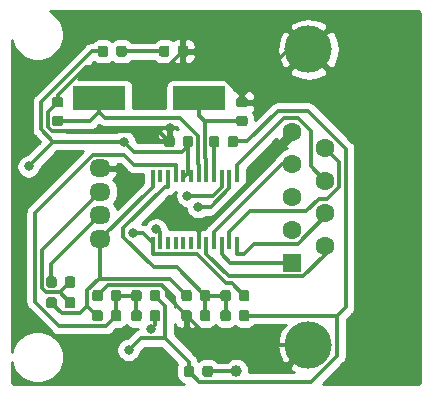
<source format=gtl>
G04 #@! TF.GenerationSoftware,KiCad,Pcbnew,(5.1.2)-1*
G04 #@! TF.CreationDate,2019-11-04T01:50:09+09:00*
G04 #@! TF.ProjectId,IR,49522e6b-6963-4616-945f-706362585858,v1.1*
G04 #@! TF.SameCoordinates,Original*
G04 #@! TF.FileFunction,Copper,L1,Top*
G04 #@! TF.FilePolarity,Positive*
%FSLAX46Y46*%
G04 Gerber Fmt 4.6, Leading zero omitted, Abs format (unit mm)*
G04 Created by KiCad (PCBNEW (5.1.2)-1) date 2019-11-04 01:50:09*
%MOMM*%
%LPD*%
G04 APERTURE LIST*
%ADD10O,1.800000X1.524000*%
%ADD11C,0.050000*%
%ADD12C,0.875000*%
%ADD13R,4.500000X2.000000*%
%ADD14C,1.000000*%
%ADD15R,0.400000X1.100000*%
%ADD16R,1.600000X1.600000*%
%ADD17C,1.600000*%
%ADD18C,4.000000*%
%ADD19C,0.800000*%
%ADD20C,0.350000*%
%ADD21C,0.254000*%
G04 APERTURE END LIST*
D10*
X185200000Y-114000000D03*
X185200000Y-112000000D03*
X185200000Y-110000000D03*
X185200000Y-108000000D03*
D11*
G36*
X192865691Y-105276053D02*
G01*
X192886926Y-105279203D01*
X192907750Y-105284419D01*
X192927962Y-105291651D01*
X192947368Y-105300830D01*
X192965781Y-105311866D01*
X192983024Y-105324654D01*
X192998930Y-105339070D01*
X193013346Y-105354976D01*
X193026134Y-105372219D01*
X193037170Y-105390632D01*
X193046349Y-105410038D01*
X193053581Y-105430250D01*
X193058797Y-105451074D01*
X193061947Y-105472309D01*
X193063000Y-105493750D01*
X193063000Y-106006250D01*
X193061947Y-106027691D01*
X193058797Y-106048926D01*
X193053581Y-106069750D01*
X193046349Y-106089962D01*
X193037170Y-106109368D01*
X193026134Y-106127781D01*
X193013346Y-106145024D01*
X192998930Y-106160930D01*
X192983024Y-106175346D01*
X192965781Y-106188134D01*
X192947368Y-106199170D01*
X192927962Y-106208349D01*
X192907750Y-106215581D01*
X192886926Y-106220797D01*
X192865691Y-106223947D01*
X192844250Y-106225000D01*
X192406750Y-106225000D01*
X192385309Y-106223947D01*
X192364074Y-106220797D01*
X192343250Y-106215581D01*
X192323038Y-106208349D01*
X192303632Y-106199170D01*
X192285219Y-106188134D01*
X192267976Y-106175346D01*
X192252070Y-106160930D01*
X192237654Y-106145024D01*
X192224866Y-106127781D01*
X192213830Y-106109368D01*
X192204651Y-106089962D01*
X192197419Y-106069750D01*
X192192203Y-106048926D01*
X192189053Y-106027691D01*
X192188000Y-106006250D01*
X192188000Y-105493750D01*
X192189053Y-105472309D01*
X192192203Y-105451074D01*
X192197419Y-105430250D01*
X192204651Y-105410038D01*
X192213830Y-105390632D01*
X192224866Y-105372219D01*
X192237654Y-105354976D01*
X192252070Y-105339070D01*
X192267976Y-105324654D01*
X192285219Y-105311866D01*
X192303632Y-105300830D01*
X192323038Y-105291651D01*
X192343250Y-105284419D01*
X192364074Y-105279203D01*
X192385309Y-105276053D01*
X192406750Y-105275000D01*
X192844250Y-105275000D01*
X192865691Y-105276053D01*
X192865691Y-105276053D01*
G37*
D12*
X192625500Y-105750000D03*
D11*
G36*
X191290691Y-105276053D02*
G01*
X191311926Y-105279203D01*
X191332750Y-105284419D01*
X191352962Y-105291651D01*
X191372368Y-105300830D01*
X191390781Y-105311866D01*
X191408024Y-105324654D01*
X191423930Y-105339070D01*
X191438346Y-105354976D01*
X191451134Y-105372219D01*
X191462170Y-105390632D01*
X191471349Y-105410038D01*
X191478581Y-105430250D01*
X191483797Y-105451074D01*
X191486947Y-105472309D01*
X191488000Y-105493750D01*
X191488000Y-106006250D01*
X191486947Y-106027691D01*
X191483797Y-106048926D01*
X191478581Y-106069750D01*
X191471349Y-106089962D01*
X191462170Y-106109368D01*
X191451134Y-106127781D01*
X191438346Y-106145024D01*
X191423930Y-106160930D01*
X191408024Y-106175346D01*
X191390781Y-106188134D01*
X191372368Y-106199170D01*
X191352962Y-106208349D01*
X191332750Y-106215581D01*
X191311926Y-106220797D01*
X191290691Y-106223947D01*
X191269250Y-106225000D01*
X190831750Y-106225000D01*
X190810309Y-106223947D01*
X190789074Y-106220797D01*
X190768250Y-106215581D01*
X190748038Y-106208349D01*
X190728632Y-106199170D01*
X190710219Y-106188134D01*
X190692976Y-106175346D01*
X190677070Y-106160930D01*
X190662654Y-106145024D01*
X190649866Y-106127781D01*
X190638830Y-106109368D01*
X190629651Y-106089962D01*
X190622419Y-106069750D01*
X190617203Y-106048926D01*
X190614053Y-106027691D01*
X190613000Y-106006250D01*
X190613000Y-105493750D01*
X190614053Y-105472309D01*
X190617203Y-105451074D01*
X190622419Y-105430250D01*
X190629651Y-105410038D01*
X190638830Y-105390632D01*
X190649866Y-105372219D01*
X190662654Y-105354976D01*
X190677070Y-105339070D01*
X190692976Y-105324654D01*
X190710219Y-105311866D01*
X190728632Y-105300830D01*
X190748038Y-105291651D01*
X190768250Y-105284419D01*
X190789074Y-105279203D01*
X190810309Y-105276053D01*
X190831750Y-105275000D01*
X191269250Y-105275000D01*
X191290691Y-105276053D01*
X191290691Y-105276053D01*
G37*
D12*
X191050500Y-105750000D03*
D11*
G36*
X197477691Y-101988053D02*
G01*
X197498926Y-101991203D01*
X197519750Y-101996419D01*
X197539962Y-102003651D01*
X197559368Y-102012830D01*
X197577781Y-102023866D01*
X197595024Y-102036654D01*
X197610930Y-102051070D01*
X197625346Y-102066976D01*
X197638134Y-102084219D01*
X197649170Y-102102632D01*
X197658349Y-102122038D01*
X197665581Y-102142250D01*
X197670797Y-102163074D01*
X197673947Y-102184309D01*
X197675000Y-102205750D01*
X197675000Y-102643250D01*
X197673947Y-102664691D01*
X197670797Y-102685926D01*
X197665581Y-102706750D01*
X197658349Y-102726962D01*
X197649170Y-102746368D01*
X197638134Y-102764781D01*
X197625346Y-102782024D01*
X197610930Y-102797930D01*
X197595024Y-102812346D01*
X197577781Y-102825134D01*
X197559368Y-102836170D01*
X197539962Y-102845349D01*
X197519750Y-102852581D01*
X197498926Y-102857797D01*
X197477691Y-102860947D01*
X197456250Y-102862000D01*
X196943750Y-102862000D01*
X196922309Y-102860947D01*
X196901074Y-102857797D01*
X196880250Y-102852581D01*
X196860038Y-102845349D01*
X196840632Y-102836170D01*
X196822219Y-102825134D01*
X196804976Y-102812346D01*
X196789070Y-102797930D01*
X196774654Y-102782024D01*
X196761866Y-102764781D01*
X196750830Y-102746368D01*
X196741651Y-102726962D01*
X196734419Y-102706750D01*
X196729203Y-102685926D01*
X196726053Y-102664691D01*
X196725000Y-102643250D01*
X196725000Y-102205750D01*
X196726053Y-102184309D01*
X196729203Y-102163074D01*
X196734419Y-102142250D01*
X196741651Y-102122038D01*
X196750830Y-102102632D01*
X196761866Y-102084219D01*
X196774654Y-102066976D01*
X196789070Y-102051070D01*
X196804976Y-102036654D01*
X196822219Y-102023866D01*
X196840632Y-102012830D01*
X196860038Y-102003651D01*
X196880250Y-101996419D01*
X196901074Y-101991203D01*
X196922309Y-101988053D01*
X196943750Y-101987000D01*
X197456250Y-101987000D01*
X197477691Y-101988053D01*
X197477691Y-101988053D01*
G37*
D12*
X197200000Y-102424500D03*
D11*
G36*
X197477691Y-103563053D02*
G01*
X197498926Y-103566203D01*
X197519750Y-103571419D01*
X197539962Y-103578651D01*
X197559368Y-103587830D01*
X197577781Y-103598866D01*
X197595024Y-103611654D01*
X197610930Y-103626070D01*
X197625346Y-103641976D01*
X197638134Y-103659219D01*
X197649170Y-103677632D01*
X197658349Y-103697038D01*
X197665581Y-103717250D01*
X197670797Y-103738074D01*
X197673947Y-103759309D01*
X197675000Y-103780750D01*
X197675000Y-104218250D01*
X197673947Y-104239691D01*
X197670797Y-104260926D01*
X197665581Y-104281750D01*
X197658349Y-104301962D01*
X197649170Y-104321368D01*
X197638134Y-104339781D01*
X197625346Y-104357024D01*
X197610930Y-104372930D01*
X197595024Y-104387346D01*
X197577781Y-104400134D01*
X197559368Y-104411170D01*
X197539962Y-104420349D01*
X197519750Y-104427581D01*
X197498926Y-104432797D01*
X197477691Y-104435947D01*
X197456250Y-104437000D01*
X196943750Y-104437000D01*
X196922309Y-104435947D01*
X196901074Y-104432797D01*
X196880250Y-104427581D01*
X196860038Y-104420349D01*
X196840632Y-104411170D01*
X196822219Y-104400134D01*
X196804976Y-104387346D01*
X196789070Y-104372930D01*
X196774654Y-104357024D01*
X196761866Y-104339781D01*
X196750830Y-104321368D01*
X196741651Y-104301962D01*
X196734419Y-104281750D01*
X196729203Y-104260926D01*
X196726053Y-104239691D01*
X196725000Y-104218250D01*
X196725000Y-103780750D01*
X196726053Y-103759309D01*
X196729203Y-103738074D01*
X196734419Y-103717250D01*
X196741651Y-103697038D01*
X196750830Y-103677632D01*
X196761866Y-103659219D01*
X196774654Y-103641976D01*
X196789070Y-103626070D01*
X196804976Y-103611654D01*
X196822219Y-103598866D01*
X196840632Y-103587830D01*
X196860038Y-103578651D01*
X196880250Y-103571419D01*
X196901074Y-103566203D01*
X196922309Y-103563053D01*
X196943750Y-103562000D01*
X197456250Y-103562000D01*
X197477691Y-103563053D01*
X197477691Y-103563053D01*
G37*
D12*
X197200000Y-103999500D03*
D11*
G36*
X181877691Y-103563053D02*
G01*
X181898926Y-103566203D01*
X181919750Y-103571419D01*
X181939962Y-103578651D01*
X181959368Y-103587830D01*
X181977781Y-103598866D01*
X181995024Y-103611654D01*
X182010930Y-103626070D01*
X182025346Y-103641976D01*
X182038134Y-103659219D01*
X182049170Y-103677632D01*
X182058349Y-103697038D01*
X182065581Y-103717250D01*
X182070797Y-103738074D01*
X182073947Y-103759309D01*
X182075000Y-103780750D01*
X182075000Y-104218250D01*
X182073947Y-104239691D01*
X182070797Y-104260926D01*
X182065581Y-104281750D01*
X182058349Y-104301962D01*
X182049170Y-104321368D01*
X182038134Y-104339781D01*
X182025346Y-104357024D01*
X182010930Y-104372930D01*
X181995024Y-104387346D01*
X181977781Y-104400134D01*
X181959368Y-104411170D01*
X181939962Y-104420349D01*
X181919750Y-104427581D01*
X181898926Y-104432797D01*
X181877691Y-104435947D01*
X181856250Y-104437000D01*
X181343750Y-104437000D01*
X181322309Y-104435947D01*
X181301074Y-104432797D01*
X181280250Y-104427581D01*
X181260038Y-104420349D01*
X181240632Y-104411170D01*
X181222219Y-104400134D01*
X181204976Y-104387346D01*
X181189070Y-104372930D01*
X181174654Y-104357024D01*
X181161866Y-104339781D01*
X181150830Y-104321368D01*
X181141651Y-104301962D01*
X181134419Y-104281750D01*
X181129203Y-104260926D01*
X181126053Y-104239691D01*
X181125000Y-104218250D01*
X181125000Y-103780750D01*
X181126053Y-103759309D01*
X181129203Y-103738074D01*
X181134419Y-103717250D01*
X181141651Y-103697038D01*
X181150830Y-103677632D01*
X181161866Y-103659219D01*
X181174654Y-103641976D01*
X181189070Y-103626070D01*
X181204976Y-103611654D01*
X181222219Y-103598866D01*
X181240632Y-103587830D01*
X181260038Y-103578651D01*
X181280250Y-103571419D01*
X181301074Y-103566203D01*
X181322309Y-103563053D01*
X181343750Y-103562000D01*
X181856250Y-103562000D01*
X181877691Y-103563053D01*
X181877691Y-103563053D01*
G37*
D12*
X181600000Y-103999500D03*
D11*
G36*
X181877691Y-101988053D02*
G01*
X181898926Y-101991203D01*
X181919750Y-101996419D01*
X181939962Y-102003651D01*
X181959368Y-102012830D01*
X181977781Y-102023866D01*
X181995024Y-102036654D01*
X182010930Y-102051070D01*
X182025346Y-102066976D01*
X182038134Y-102084219D01*
X182049170Y-102102632D01*
X182058349Y-102122038D01*
X182065581Y-102142250D01*
X182070797Y-102163074D01*
X182073947Y-102184309D01*
X182075000Y-102205750D01*
X182075000Y-102643250D01*
X182073947Y-102664691D01*
X182070797Y-102685926D01*
X182065581Y-102706750D01*
X182058349Y-102726962D01*
X182049170Y-102746368D01*
X182038134Y-102764781D01*
X182025346Y-102782024D01*
X182010930Y-102797930D01*
X181995024Y-102812346D01*
X181977781Y-102825134D01*
X181959368Y-102836170D01*
X181939962Y-102845349D01*
X181919750Y-102852581D01*
X181898926Y-102857797D01*
X181877691Y-102860947D01*
X181856250Y-102862000D01*
X181343750Y-102862000D01*
X181322309Y-102860947D01*
X181301074Y-102857797D01*
X181280250Y-102852581D01*
X181260038Y-102845349D01*
X181240632Y-102836170D01*
X181222219Y-102825134D01*
X181204976Y-102812346D01*
X181189070Y-102797930D01*
X181174654Y-102782024D01*
X181161866Y-102764781D01*
X181150830Y-102746368D01*
X181141651Y-102726962D01*
X181134419Y-102706750D01*
X181129203Y-102685926D01*
X181126053Y-102664691D01*
X181125000Y-102643250D01*
X181125000Y-102205750D01*
X181126053Y-102184309D01*
X181129203Y-102163074D01*
X181134419Y-102142250D01*
X181141651Y-102122038D01*
X181150830Y-102102632D01*
X181161866Y-102084219D01*
X181174654Y-102066976D01*
X181189070Y-102051070D01*
X181204976Y-102036654D01*
X181222219Y-102023866D01*
X181240632Y-102012830D01*
X181260038Y-102003651D01*
X181280250Y-101996419D01*
X181301074Y-101991203D01*
X181322309Y-101988053D01*
X181343750Y-101987000D01*
X181856250Y-101987000D01*
X181877691Y-101988053D01*
X181877691Y-101988053D01*
G37*
D12*
X181600000Y-102424500D03*
D11*
G36*
X187227691Y-97626053D02*
G01*
X187248926Y-97629203D01*
X187269750Y-97634419D01*
X187289962Y-97641651D01*
X187309368Y-97650830D01*
X187327781Y-97661866D01*
X187345024Y-97674654D01*
X187360930Y-97689070D01*
X187375346Y-97704976D01*
X187388134Y-97722219D01*
X187399170Y-97740632D01*
X187408349Y-97760038D01*
X187415581Y-97780250D01*
X187420797Y-97801074D01*
X187423947Y-97822309D01*
X187425000Y-97843750D01*
X187425000Y-98356250D01*
X187423947Y-98377691D01*
X187420797Y-98398926D01*
X187415581Y-98419750D01*
X187408349Y-98439962D01*
X187399170Y-98459368D01*
X187388134Y-98477781D01*
X187375346Y-98495024D01*
X187360930Y-98510930D01*
X187345024Y-98525346D01*
X187327781Y-98538134D01*
X187309368Y-98549170D01*
X187289962Y-98558349D01*
X187269750Y-98565581D01*
X187248926Y-98570797D01*
X187227691Y-98573947D01*
X187206250Y-98575000D01*
X186768750Y-98575000D01*
X186747309Y-98573947D01*
X186726074Y-98570797D01*
X186705250Y-98565581D01*
X186685038Y-98558349D01*
X186665632Y-98549170D01*
X186647219Y-98538134D01*
X186629976Y-98525346D01*
X186614070Y-98510930D01*
X186599654Y-98495024D01*
X186586866Y-98477781D01*
X186575830Y-98459368D01*
X186566651Y-98439962D01*
X186559419Y-98419750D01*
X186554203Y-98398926D01*
X186551053Y-98377691D01*
X186550000Y-98356250D01*
X186550000Y-97843750D01*
X186551053Y-97822309D01*
X186554203Y-97801074D01*
X186559419Y-97780250D01*
X186566651Y-97760038D01*
X186575830Y-97740632D01*
X186586866Y-97722219D01*
X186599654Y-97704976D01*
X186614070Y-97689070D01*
X186629976Y-97674654D01*
X186647219Y-97661866D01*
X186665632Y-97650830D01*
X186685038Y-97641651D01*
X186705250Y-97634419D01*
X186726074Y-97629203D01*
X186747309Y-97626053D01*
X186768750Y-97625000D01*
X187206250Y-97625000D01*
X187227691Y-97626053D01*
X187227691Y-97626053D01*
G37*
D12*
X186987500Y-98100000D03*
D11*
G36*
X185652691Y-97626053D02*
G01*
X185673926Y-97629203D01*
X185694750Y-97634419D01*
X185714962Y-97641651D01*
X185734368Y-97650830D01*
X185752781Y-97661866D01*
X185770024Y-97674654D01*
X185785930Y-97689070D01*
X185800346Y-97704976D01*
X185813134Y-97722219D01*
X185824170Y-97740632D01*
X185833349Y-97760038D01*
X185840581Y-97780250D01*
X185845797Y-97801074D01*
X185848947Y-97822309D01*
X185850000Y-97843750D01*
X185850000Y-98356250D01*
X185848947Y-98377691D01*
X185845797Y-98398926D01*
X185840581Y-98419750D01*
X185833349Y-98439962D01*
X185824170Y-98459368D01*
X185813134Y-98477781D01*
X185800346Y-98495024D01*
X185785930Y-98510930D01*
X185770024Y-98525346D01*
X185752781Y-98538134D01*
X185734368Y-98549170D01*
X185714962Y-98558349D01*
X185694750Y-98565581D01*
X185673926Y-98570797D01*
X185652691Y-98573947D01*
X185631250Y-98575000D01*
X185193750Y-98575000D01*
X185172309Y-98573947D01*
X185151074Y-98570797D01*
X185130250Y-98565581D01*
X185110038Y-98558349D01*
X185090632Y-98549170D01*
X185072219Y-98538134D01*
X185054976Y-98525346D01*
X185039070Y-98510930D01*
X185024654Y-98495024D01*
X185011866Y-98477781D01*
X185000830Y-98459368D01*
X184991651Y-98439962D01*
X184984419Y-98419750D01*
X184979203Y-98398926D01*
X184976053Y-98377691D01*
X184975000Y-98356250D01*
X184975000Y-97843750D01*
X184976053Y-97822309D01*
X184979203Y-97801074D01*
X184984419Y-97780250D01*
X184991651Y-97760038D01*
X185000830Y-97740632D01*
X185011866Y-97722219D01*
X185024654Y-97704976D01*
X185039070Y-97689070D01*
X185054976Y-97674654D01*
X185072219Y-97661866D01*
X185090632Y-97650830D01*
X185110038Y-97641651D01*
X185130250Y-97634419D01*
X185151074Y-97629203D01*
X185172309Y-97626053D01*
X185193750Y-97625000D01*
X185631250Y-97625000D01*
X185652691Y-97626053D01*
X185652691Y-97626053D01*
G37*
D12*
X185412500Y-98100000D03*
D11*
G36*
X188502691Y-120026053D02*
G01*
X188523926Y-120029203D01*
X188544750Y-120034419D01*
X188564962Y-120041651D01*
X188584368Y-120050830D01*
X188602781Y-120061866D01*
X188620024Y-120074654D01*
X188635930Y-120089070D01*
X188650346Y-120104976D01*
X188663134Y-120122219D01*
X188674170Y-120140632D01*
X188683349Y-120160038D01*
X188690581Y-120180250D01*
X188695797Y-120201074D01*
X188698947Y-120222309D01*
X188700000Y-120243750D01*
X188700000Y-120756250D01*
X188698947Y-120777691D01*
X188695797Y-120798926D01*
X188690581Y-120819750D01*
X188683349Y-120839962D01*
X188674170Y-120859368D01*
X188663134Y-120877781D01*
X188650346Y-120895024D01*
X188635930Y-120910930D01*
X188620024Y-120925346D01*
X188602781Y-120938134D01*
X188584368Y-120949170D01*
X188564962Y-120958349D01*
X188544750Y-120965581D01*
X188523926Y-120970797D01*
X188502691Y-120973947D01*
X188481250Y-120975000D01*
X188043750Y-120975000D01*
X188022309Y-120973947D01*
X188001074Y-120970797D01*
X187980250Y-120965581D01*
X187960038Y-120958349D01*
X187940632Y-120949170D01*
X187922219Y-120938134D01*
X187904976Y-120925346D01*
X187889070Y-120910930D01*
X187874654Y-120895024D01*
X187861866Y-120877781D01*
X187850830Y-120859368D01*
X187841651Y-120839962D01*
X187834419Y-120819750D01*
X187829203Y-120798926D01*
X187826053Y-120777691D01*
X187825000Y-120756250D01*
X187825000Y-120243750D01*
X187826053Y-120222309D01*
X187829203Y-120201074D01*
X187834419Y-120180250D01*
X187841651Y-120160038D01*
X187850830Y-120140632D01*
X187861866Y-120122219D01*
X187874654Y-120104976D01*
X187889070Y-120089070D01*
X187904976Y-120074654D01*
X187922219Y-120061866D01*
X187940632Y-120050830D01*
X187960038Y-120041651D01*
X187980250Y-120034419D01*
X188001074Y-120029203D01*
X188022309Y-120026053D01*
X188043750Y-120025000D01*
X188481250Y-120025000D01*
X188502691Y-120026053D01*
X188502691Y-120026053D01*
G37*
D12*
X188262500Y-120500000D03*
D11*
G36*
X190077691Y-120026053D02*
G01*
X190098926Y-120029203D01*
X190119750Y-120034419D01*
X190139962Y-120041651D01*
X190159368Y-120050830D01*
X190177781Y-120061866D01*
X190195024Y-120074654D01*
X190210930Y-120089070D01*
X190225346Y-120104976D01*
X190238134Y-120122219D01*
X190249170Y-120140632D01*
X190258349Y-120160038D01*
X190265581Y-120180250D01*
X190270797Y-120201074D01*
X190273947Y-120222309D01*
X190275000Y-120243750D01*
X190275000Y-120756250D01*
X190273947Y-120777691D01*
X190270797Y-120798926D01*
X190265581Y-120819750D01*
X190258349Y-120839962D01*
X190249170Y-120859368D01*
X190238134Y-120877781D01*
X190225346Y-120895024D01*
X190210930Y-120910930D01*
X190195024Y-120925346D01*
X190177781Y-120938134D01*
X190159368Y-120949170D01*
X190139962Y-120958349D01*
X190119750Y-120965581D01*
X190098926Y-120970797D01*
X190077691Y-120973947D01*
X190056250Y-120975000D01*
X189618750Y-120975000D01*
X189597309Y-120973947D01*
X189576074Y-120970797D01*
X189555250Y-120965581D01*
X189535038Y-120958349D01*
X189515632Y-120949170D01*
X189497219Y-120938134D01*
X189479976Y-120925346D01*
X189464070Y-120910930D01*
X189449654Y-120895024D01*
X189436866Y-120877781D01*
X189425830Y-120859368D01*
X189416651Y-120839962D01*
X189409419Y-120819750D01*
X189404203Y-120798926D01*
X189401053Y-120777691D01*
X189400000Y-120756250D01*
X189400000Y-120243750D01*
X189401053Y-120222309D01*
X189404203Y-120201074D01*
X189409419Y-120180250D01*
X189416651Y-120160038D01*
X189425830Y-120140632D01*
X189436866Y-120122219D01*
X189449654Y-120104976D01*
X189464070Y-120089070D01*
X189479976Y-120074654D01*
X189497219Y-120061866D01*
X189515632Y-120050830D01*
X189535038Y-120041651D01*
X189555250Y-120034419D01*
X189576074Y-120029203D01*
X189597309Y-120026053D01*
X189618750Y-120025000D01*
X190056250Y-120025000D01*
X190077691Y-120026053D01*
X190077691Y-120026053D01*
G37*
D12*
X189837500Y-120500000D03*
D11*
G36*
X186777691Y-120026053D02*
G01*
X186798926Y-120029203D01*
X186819750Y-120034419D01*
X186839962Y-120041651D01*
X186859368Y-120050830D01*
X186877781Y-120061866D01*
X186895024Y-120074654D01*
X186910930Y-120089070D01*
X186925346Y-120104976D01*
X186938134Y-120122219D01*
X186949170Y-120140632D01*
X186958349Y-120160038D01*
X186965581Y-120180250D01*
X186970797Y-120201074D01*
X186973947Y-120222309D01*
X186975000Y-120243750D01*
X186975000Y-120756250D01*
X186973947Y-120777691D01*
X186970797Y-120798926D01*
X186965581Y-120819750D01*
X186958349Y-120839962D01*
X186949170Y-120859368D01*
X186938134Y-120877781D01*
X186925346Y-120895024D01*
X186910930Y-120910930D01*
X186895024Y-120925346D01*
X186877781Y-120938134D01*
X186859368Y-120949170D01*
X186839962Y-120958349D01*
X186819750Y-120965581D01*
X186798926Y-120970797D01*
X186777691Y-120973947D01*
X186756250Y-120975000D01*
X186318750Y-120975000D01*
X186297309Y-120973947D01*
X186276074Y-120970797D01*
X186255250Y-120965581D01*
X186235038Y-120958349D01*
X186215632Y-120949170D01*
X186197219Y-120938134D01*
X186179976Y-120925346D01*
X186164070Y-120910930D01*
X186149654Y-120895024D01*
X186136866Y-120877781D01*
X186125830Y-120859368D01*
X186116651Y-120839962D01*
X186109419Y-120819750D01*
X186104203Y-120798926D01*
X186101053Y-120777691D01*
X186100000Y-120756250D01*
X186100000Y-120243750D01*
X186101053Y-120222309D01*
X186104203Y-120201074D01*
X186109419Y-120180250D01*
X186116651Y-120160038D01*
X186125830Y-120140632D01*
X186136866Y-120122219D01*
X186149654Y-120104976D01*
X186164070Y-120089070D01*
X186179976Y-120074654D01*
X186197219Y-120061866D01*
X186215632Y-120050830D01*
X186235038Y-120041651D01*
X186255250Y-120034419D01*
X186276074Y-120029203D01*
X186297309Y-120026053D01*
X186318750Y-120025000D01*
X186756250Y-120025000D01*
X186777691Y-120026053D01*
X186777691Y-120026053D01*
G37*
D12*
X186537500Y-120500000D03*
D11*
G36*
X185202691Y-120026053D02*
G01*
X185223926Y-120029203D01*
X185244750Y-120034419D01*
X185264962Y-120041651D01*
X185284368Y-120050830D01*
X185302781Y-120061866D01*
X185320024Y-120074654D01*
X185335930Y-120089070D01*
X185350346Y-120104976D01*
X185363134Y-120122219D01*
X185374170Y-120140632D01*
X185383349Y-120160038D01*
X185390581Y-120180250D01*
X185395797Y-120201074D01*
X185398947Y-120222309D01*
X185400000Y-120243750D01*
X185400000Y-120756250D01*
X185398947Y-120777691D01*
X185395797Y-120798926D01*
X185390581Y-120819750D01*
X185383349Y-120839962D01*
X185374170Y-120859368D01*
X185363134Y-120877781D01*
X185350346Y-120895024D01*
X185335930Y-120910930D01*
X185320024Y-120925346D01*
X185302781Y-120938134D01*
X185284368Y-120949170D01*
X185264962Y-120958349D01*
X185244750Y-120965581D01*
X185223926Y-120970797D01*
X185202691Y-120973947D01*
X185181250Y-120975000D01*
X184743750Y-120975000D01*
X184722309Y-120973947D01*
X184701074Y-120970797D01*
X184680250Y-120965581D01*
X184660038Y-120958349D01*
X184640632Y-120949170D01*
X184622219Y-120938134D01*
X184604976Y-120925346D01*
X184589070Y-120910930D01*
X184574654Y-120895024D01*
X184561866Y-120877781D01*
X184550830Y-120859368D01*
X184541651Y-120839962D01*
X184534419Y-120819750D01*
X184529203Y-120798926D01*
X184526053Y-120777691D01*
X184525000Y-120756250D01*
X184525000Y-120243750D01*
X184526053Y-120222309D01*
X184529203Y-120201074D01*
X184534419Y-120180250D01*
X184541651Y-120160038D01*
X184550830Y-120140632D01*
X184561866Y-120122219D01*
X184574654Y-120104976D01*
X184589070Y-120089070D01*
X184604976Y-120074654D01*
X184622219Y-120061866D01*
X184640632Y-120050830D01*
X184660038Y-120041651D01*
X184680250Y-120034419D01*
X184701074Y-120029203D01*
X184722309Y-120026053D01*
X184743750Y-120025000D01*
X185181250Y-120025000D01*
X185202691Y-120026053D01*
X185202691Y-120026053D01*
G37*
D12*
X184962500Y-120500000D03*
D11*
G36*
X197627691Y-118326053D02*
G01*
X197648926Y-118329203D01*
X197669750Y-118334419D01*
X197689962Y-118341651D01*
X197709368Y-118350830D01*
X197727781Y-118361866D01*
X197745024Y-118374654D01*
X197760930Y-118389070D01*
X197775346Y-118404976D01*
X197788134Y-118422219D01*
X197799170Y-118440632D01*
X197808349Y-118460038D01*
X197815581Y-118480250D01*
X197820797Y-118501074D01*
X197823947Y-118522309D01*
X197825000Y-118543750D01*
X197825000Y-119056250D01*
X197823947Y-119077691D01*
X197820797Y-119098926D01*
X197815581Y-119119750D01*
X197808349Y-119139962D01*
X197799170Y-119159368D01*
X197788134Y-119177781D01*
X197775346Y-119195024D01*
X197760930Y-119210930D01*
X197745024Y-119225346D01*
X197727781Y-119238134D01*
X197709368Y-119249170D01*
X197689962Y-119258349D01*
X197669750Y-119265581D01*
X197648926Y-119270797D01*
X197627691Y-119273947D01*
X197606250Y-119275000D01*
X197168750Y-119275000D01*
X197147309Y-119273947D01*
X197126074Y-119270797D01*
X197105250Y-119265581D01*
X197085038Y-119258349D01*
X197065632Y-119249170D01*
X197047219Y-119238134D01*
X197029976Y-119225346D01*
X197014070Y-119210930D01*
X196999654Y-119195024D01*
X196986866Y-119177781D01*
X196975830Y-119159368D01*
X196966651Y-119139962D01*
X196959419Y-119119750D01*
X196954203Y-119098926D01*
X196951053Y-119077691D01*
X196950000Y-119056250D01*
X196950000Y-118543750D01*
X196951053Y-118522309D01*
X196954203Y-118501074D01*
X196959419Y-118480250D01*
X196966651Y-118460038D01*
X196975830Y-118440632D01*
X196986866Y-118422219D01*
X196999654Y-118404976D01*
X197014070Y-118389070D01*
X197029976Y-118374654D01*
X197047219Y-118361866D01*
X197065632Y-118350830D01*
X197085038Y-118341651D01*
X197105250Y-118334419D01*
X197126074Y-118329203D01*
X197147309Y-118326053D01*
X197168750Y-118325000D01*
X197606250Y-118325000D01*
X197627691Y-118326053D01*
X197627691Y-118326053D01*
G37*
D12*
X197387500Y-118800000D03*
D11*
G36*
X196052691Y-118326053D02*
G01*
X196073926Y-118329203D01*
X196094750Y-118334419D01*
X196114962Y-118341651D01*
X196134368Y-118350830D01*
X196152781Y-118361866D01*
X196170024Y-118374654D01*
X196185930Y-118389070D01*
X196200346Y-118404976D01*
X196213134Y-118422219D01*
X196224170Y-118440632D01*
X196233349Y-118460038D01*
X196240581Y-118480250D01*
X196245797Y-118501074D01*
X196248947Y-118522309D01*
X196250000Y-118543750D01*
X196250000Y-119056250D01*
X196248947Y-119077691D01*
X196245797Y-119098926D01*
X196240581Y-119119750D01*
X196233349Y-119139962D01*
X196224170Y-119159368D01*
X196213134Y-119177781D01*
X196200346Y-119195024D01*
X196185930Y-119210930D01*
X196170024Y-119225346D01*
X196152781Y-119238134D01*
X196134368Y-119249170D01*
X196114962Y-119258349D01*
X196094750Y-119265581D01*
X196073926Y-119270797D01*
X196052691Y-119273947D01*
X196031250Y-119275000D01*
X195593750Y-119275000D01*
X195572309Y-119273947D01*
X195551074Y-119270797D01*
X195530250Y-119265581D01*
X195510038Y-119258349D01*
X195490632Y-119249170D01*
X195472219Y-119238134D01*
X195454976Y-119225346D01*
X195439070Y-119210930D01*
X195424654Y-119195024D01*
X195411866Y-119177781D01*
X195400830Y-119159368D01*
X195391651Y-119139962D01*
X195384419Y-119119750D01*
X195379203Y-119098926D01*
X195376053Y-119077691D01*
X195375000Y-119056250D01*
X195375000Y-118543750D01*
X195376053Y-118522309D01*
X195379203Y-118501074D01*
X195384419Y-118480250D01*
X195391651Y-118460038D01*
X195400830Y-118440632D01*
X195411866Y-118422219D01*
X195424654Y-118404976D01*
X195439070Y-118389070D01*
X195454976Y-118374654D01*
X195472219Y-118361866D01*
X195490632Y-118350830D01*
X195510038Y-118341651D01*
X195530250Y-118334419D01*
X195551074Y-118329203D01*
X195572309Y-118326053D01*
X195593750Y-118325000D01*
X196031250Y-118325000D01*
X196052691Y-118326053D01*
X196052691Y-118326053D01*
G37*
D12*
X195812500Y-118800000D03*
D11*
G36*
X192752691Y-118326053D02*
G01*
X192773926Y-118329203D01*
X192794750Y-118334419D01*
X192814962Y-118341651D01*
X192834368Y-118350830D01*
X192852781Y-118361866D01*
X192870024Y-118374654D01*
X192885930Y-118389070D01*
X192900346Y-118404976D01*
X192913134Y-118422219D01*
X192924170Y-118440632D01*
X192933349Y-118460038D01*
X192940581Y-118480250D01*
X192945797Y-118501074D01*
X192948947Y-118522309D01*
X192950000Y-118543750D01*
X192950000Y-119056250D01*
X192948947Y-119077691D01*
X192945797Y-119098926D01*
X192940581Y-119119750D01*
X192933349Y-119139962D01*
X192924170Y-119159368D01*
X192913134Y-119177781D01*
X192900346Y-119195024D01*
X192885930Y-119210930D01*
X192870024Y-119225346D01*
X192852781Y-119238134D01*
X192834368Y-119249170D01*
X192814962Y-119258349D01*
X192794750Y-119265581D01*
X192773926Y-119270797D01*
X192752691Y-119273947D01*
X192731250Y-119275000D01*
X192293750Y-119275000D01*
X192272309Y-119273947D01*
X192251074Y-119270797D01*
X192230250Y-119265581D01*
X192210038Y-119258349D01*
X192190632Y-119249170D01*
X192172219Y-119238134D01*
X192154976Y-119225346D01*
X192139070Y-119210930D01*
X192124654Y-119195024D01*
X192111866Y-119177781D01*
X192100830Y-119159368D01*
X192091651Y-119139962D01*
X192084419Y-119119750D01*
X192079203Y-119098926D01*
X192076053Y-119077691D01*
X192075000Y-119056250D01*
X192075000Y-118543750D01*
X192076053Y-118522309D01*
X192079203Y-118501074D01*
X192084419Y-118480250D01*
X192091651Y-118460038D01*
X192100830Y-118440632D01*
X192111866Y-118422219D01*
X192124654Y-118404976D01*
X192139070Y-118389070D01*
X192154976Y-118374654D01*
X192172219Y-118361866D01*
X192190632Y-118350830D01*
X192210038Y-118341651D01*
X192230250Y-118334419D01*
X192251074Y-118329203D01*
X192272309Y-118326053D01*
X192293750Y-118325000D01*
X192731250Y-118325000D01*
X192752691Y-118326053D01*
X192752691Y-118326053D01*
G37*
D12*
X192512500Y-118800000D03*
D11*
G36*
X194327691Y-118326053D02*
G01*
X194348926Y-118329203D01*
X194369750Y-118334419D01*
X194389962Y-118341651D01*
X194409368Y-118350830D01*
X194427781Y-118361866D01*
X194445024Y-118374654D01*
X194460930Y-118389070D01*
X194475346Y-118404976D01*
X194488134Y-118422219D01*
X194499170Y-118440632D01*
X194508349Y-118460038D01*
X194515581Y-118480250D01*
X194520797Y-118501074D01*
X194523947Y-118522309D01*
X194525000Y-118543750D01*
X194525000Y-119056250D01*
X194523947Y-119077691D01*
X194520797Y-119098926D01*
X194515581Y-119119750D01*
X194508349Y-119139962D01*
X194499170Y-119159368D01*
X194488134Y-119177781D01*
X194475346Y-119195024D01*
X194460930Y-119210930D01*
X194445024Y-119225346D01*
X194427781Y-119238134D01*
X194409368Y-119249170D01*
X194389962Y-119258349D01*
X194369750Y-119265581D01*
X194348926Y-119270797D01*
X194327691Y-119273947D01*
X194306250Y-119275000D01*
X193868750Y-119275000D01*
X193847309Y-119273947D01*
X193826074Y-119270797D01*
X193805250Y-119265581D01*
X193785038Y-119258349D01*
X193765632Y-119249170D01*
X193747219Y-119238134D01*
X193729976Y-119225346D01*
X193714070Y-119210930D01*
X193699654Y-119195024D01*
X193686866Y-119177781D01*
X193675830Y-119159368D01*
X193666651Y-119139962D01*
X193659419Y-119119750D01*
X193654203Y-119098926D01*
X193651053Y-119077691D01*
X193650000Y-119056250D01*
X193650000Y-118543750D01*
X193651053Y-118522309D01*
X193654203Y-118501074D01*
X193659419Y-118480250D01*
X193666651Y-118460038D01*
X193675830Y-118440632D01*
X193686866Y-118422219D01*
X193699654Y-118404976D01*
X193714070Y-118389070D01*
X193729976Y-118374654D01*
X193747219Y-118361866D01*
X193765632Y-118350830D01*
X193785038Y-118341651D01*
X193805250Y-118334419D01*
X193826074Y-118329203D01*
X193847309Y-118326053D01*
X193868750Y-118325000D01*
X194306250Y-118325000D01*
X194327691Y-118326053D01*
X194327691Y-118326053D01*
G37*
D12*
X194087500Y-118800000D03*
D11*
G36*
X182877691Y-117176053D02*
G01*
X182898926Y-117179203D01*
X182919750Y-117184419D01*
X182939962Y-117191651D01*
X182959368Y-117200830D01*
X182977781Y-117211866D01*
X182995024Y-117224654D01*
X183010930Y-117239070D01*
X183025346Y-117254976D01*
X183038134Y-117272219D01*
X183049170Y-117290632D01*
X183058349Y-117310038D01*
X183065581Y-117330250D01*
X183070797Y-117351074D01*
X183073947Y-117372309D01*
X183075000Y-117393750D01*
X183075000Y-117906250D01*
X183073947Y-117927691D01*
X183070797Y-117948926D01*
X183065581Y-117969750D01*
X183058349Y-117989962D01*
X183049170Y-118009368D01*
X183038134Y-118027781D01*
X183025346Y-118045024D01*
X183010930Y-118060930D01*
X182995024Y-118075346D01*
X182977781Y-118088134D01*
X182959368Y-118099170D01*
X182939962Y-118108349D01*
X182919750Y-118115581D01*
X182898926Y-118120797D01*
X182877691Y-118123947D01*
X182856250Y-118125000D01*
X182418750Y-118125000D01*
X182397309Y-118123947D01*
X182376074Y-118120797D01*
X182355250Y-118115581D01*
X182335038Y-118108349D01*
X182315632Y-118099170D01*
X182297219Y-118088134D01*
X182279976Y-118075346D01*
X182264070Y-118060930D01*
X182249654Y-118045024D01*
X182236866Y-118027781D01*
X182225830Y-118009368D01*
X182216651Y-117989962D01*
X182209419Y-117969750D01*
X182204203Y-117948926D01*
X182201053Y-117927691D01*
X182200000Y-117906250D01*
X182200000Y-117393750D01*
X182201053Y-117372309D01*
X182204203Y-117351074D01*
X182209419Y-117330250D01*
X182216651Y-117310038D01*
X182225830Y-117290632D01*
X182236866Y-117272219D01*
X182249654Y-117254976D01*
X182264070Y-117239070D01*
X182279976Y-117224654D01*
X182297219Y-117211866D01*
X182315632Y-117200830D01*
X182335038Y-117191651D01*
X182355250Y-117184419D01*
X182376074Y-117179203D01*
X182397309Y-117176053D01*
X182418750Y-117175000D01*
X182856250Y-117175000D01*
X182877691Y-117176053D01*
X182877691Y-117176053D01*
G37*
D12*
X182637500Y-117650000D03*
D11*
G36*
X181302691Y-117176053D02*
G01*
X181323926Y-117179203D01*
X181344750Y-117184419D01*
X181364962Y-117191651D01*
X181384368Y-117200830D01*
X181402781Y-117211866D01*
X181420024Y-117224654D01*
X181435930Y-117239070D01*
X181450346Y-117254976D01*
X181463134Y-117272219D01*
X181474170Y-117290632D01*
X181483349Y-117310038D01*
X181490581Y-117330250D01*
X181495797Y-117351074D01*
X181498947Y-117372309D01*
X181500000Y-117393750D01*
X181500000Y-117906250D01*
X181498947Y-117927691D01*
X181495797Y-117948926D01*
X181490581Y-117969750D01*
X181483349Y-117989962D01*
X181474170Y-118009368D01*
X181463134Y-118027781D01*
X181450346Y-118045024D01*
X181435930Y-118060930D01*
X181420024Y-118075346D01*
X181402781Y-118088134D01*
X181384368Y-118099170D01*
X181364962Y-118108349D01*
X181344750Y-118115581D01*
X181323926Y-118120797D01*
X181302691Y-118123947D01*
X181281250Y-118125000D01*
X180843750Y-118125000D01*
X180822309Y-118123947D01*
X180801074Y-118120797D01*
X180780250Y-118115581D01*
X180760038Y-118108349D01*
X180740632Y-118099170D01*
X180722219Y-118088134D01*
X180704976Y-118075346D01*
X180689070Y-118060930D01*
X180674654Y-118045024D01*
X180661866Y-118027781D01*
X180650830Y-118009368D01*
X180641651Y-117989962D01*
X180634419Y-117969750D01*
X180629203Y-117948926D01*
X180626053Y-117927691D01*
X180625000Y-117906250D01*
X180625000Y-117393750D01*
X180626053Y-117372309D01*
X180629203Y-117351074D01*
X180634419Y-117330250D01*
X180641651Y-117310038D01*
X180650830Y-117290632D01*
X180661866Y-117272219D01*
X180674654Y-117254976D01*
X180689070Y-117239070D01*
X180704976Y-117224654D01*
X180722219Y-117211866D01*
X180740632Y-117200830D01*
X180760038Y-117191651D01*
X180780250Y-117184419D01*
X180801074Y-117179203D01*
X180822309Y-117176053D01*
X180843750Y-117175000D01*
X181281250Y-117175000D01*
X181302691Y-117176053D01*
X181302691Y-117176053D01*
G37*
D12*
X181062500Y-117650000D03*
D11*
G36*
X188502691Y-118326053D02*
G01*
X188523926Y-118329203D01*
X188544750Y-118334419D01*
X188564962Y-118341651D01*
X188584368Y-118350830D01*
X188602781Y-118361866D01*
X188620024Y-118374654D01*
X188635930Y-118389070D01*
X188650346Y-118404976D01*
X188663134Y-118422219D01*
X188674170Y-118440632D01*
X188683349Y-118460038D01*
X188690581Y-118480250D01*
X188695797Y-118501074D01*
X188698947Y-118522309D01*
X188700000Y-118543750D01*
X188700000Y-119056250D01*
X188698947Y-119077691D01*
X188695797Y-119098926D01*
X188690581Y-119119750D01*
X188683349Y-119139962D01*
X188674170Y-119159368D01*
X188663134Y-119177781D01*
X188650346Y-119195024D01*
X188635930Y-119210930D01*
X188620024Y-119225346D01*
X188602781Y-119238134D01*
X188584368Y-119249170D01*
X188564962Y-119258349D01*
X188544750Y-119265581D01*
X188523926Y-119270797D01*
X188502691Y-119273947D01*
X188481250Y-119275000D01*
X188043750Y-119275000D01*
X188022309Y-119273947D01*
X188001074Y-119270797D01*
X187980250Y-119265581D01*
X187960038Y-119258349D01*
X187940632Y-119249170D01*
X187922219Y-119238134D01*
X187904976Y-119225346D01*
X187889070Y-119210930D01*
X187874654Y-119195024D01*
X187861866Y-119177781D01*
X187850830Y-119159368D01*
X187841651Y-119139962D01*
X187834419Y-119119750D01*
X187829203Y-119098926D01*
X187826053Y-119077691D01*
X187825000Y-119056250D01*
X187825000Y-118543750D01*
X187826053Y-118522309D01*
X187829203Y-118501074D01*
X187834419Y-118480250D01*
X187841651Y-118460038D01*
X187850830Y-118440632D01*
X187861866Y-118422219D01*
X187874654Y-118404976D01*
X187889070Y-118389070D01*
X187904976Y-118374654D01*
X187922219Y-118361866D01*
X187940632Y-118350830D01*
X187960038Y-118341651D01*
X187980250Y-118334419D01*
X188001074Y-118329203D01*
X188022309Y-118326053D01*
X188043750Y-118325000D01*
X188481250Y-118325000D01*
X188502691Y-118326053D01*
X188502691Y-118326053D01*
G37*
D12*
X188262500Y-118800000D03*
D11*
G36*
X190077691Y-118326053D02*
G01*
X190098926Y-118329203D01*
X190119750Y-118334419D01*
X190139962Y-118341651D01*
X190159368Y-118350830D01*
X190177781Y-118361866D01*
X190195024Y-118374654D01*
X190210930Y-118389070D01*
X190225346Y-118404976D01*
X190238134Y-118422219D01*
X190249170Y-118440632D01*
X190258349Y-118460038D01*
X190265581Y-118480250D01*
X190270797Y-118501074D01*
X190273947Y-118522309D01*
X190275000Y-118543750D01*
X190275000Y-119056250D01*
X190273947Y-119077691D01*
X190270797Y-119098926D01*
X190265581Y-119119750D01*
X190258349Y-119139962D01*
X190249170Y-119159368D01*
X190238134Y-119177781D01*
X190225346Y-119195024D01*
X190210930Y-119210930D01*
X190195024Y-119225346D01*
X190177781Y-119238134D01*
X190159368Y-119249170D01*
X190139962Y-119258349D01*
X190119750Y-119265581D01*
X190098926Y-119270797D01*
X190077691Y-119273947D01*
X190056250Y-119275000D01*
X189618750Y-119275000D01*
X189597309Y-119273947D01*
X189576074Y-119270797D01*
X189555250Y-119265581D01*
X189535038Y-119258349D01*
X189515632Y-119249170D01*
X189497219Y-119238134D01*
X189479976Y-119225346D01*
X189464070Y-119210930D01*
X189449654Y-119195024D01*
X189436866Y-119177781D01*
X189425830Y-119159368D01*
X189416651Y-119139962D01*
X189409419Y-119119750D01*
X189404203Y-119098926D01*
X189401053Y-119077691D01*
X189400000Y-119056250D01*
X189400000Y-118543750D01*
X189401053Y-118522309D01*
X189404203Y-118501074D01*
X189409419Y-118480250D01*
X189416651Y-118460038D01*
X189425830Y-118440632D01*
X189436866Y-118422219D01*
X189449654Y-118404976D01*
X189464070Y-118389070D01*
X189479976Y-118374654D01*
X189497219Y-118361866D01*
X189515632Y-118350830D01*
X189535038Y-118341651D01*
X189555250Y-118334419D01*
X189576074Y-118329203D01*
X189597309Y-118326053D01*
X189618750Y-118325000D01*
X190056250Y-118325000D01*
X190077691Y-118326053D01*
X190077691Y-118326053D01*
G37*
D12*
X189837500Y-118800000D03*
D11*
G36*
X186777691Y-118326053D02*
G01*
X186798926Y-118329203D01*
X186819750Y-118334419D01*
X186839962Y-118341651D01*
X186859368Y-118350830D01*
X186877781Y-118361866D01*
X186895024Y-118374654D01*
X186910930Y-118389070D01*
X186925346Y-118404976D01*
X186938134Y-118422219D01*
X186949170Y-118440632D01*
X186958349Y-118460038D01*
X186965581Y-118480250D01*
X186970797Y-118501074D01*
X186973947Y-118522309D01*
X186975000Y-118543750D01*
X186975000Y-119056250D01*
X186973947Y-119077691D01*
X186970797Y-119098926D01*
X186965581Y-119119750D01*
X186958349Y-119139962D01*
X186949170Y-119159368D01*
X186938134Y-119177781D01*
X186925346Y-119195024D01*
X186910930Y-119210930D01*
X186895024Y-119225346D01*
X186877781Y-119238134D01*
X186859368Y-119249170D01*
X186839962Y-119258349D01*
X186819750Y-119265581D01*
X186798926Y-119270797D01*
X186777691Y-119273947D01*
X186756250Y-119275000D01*
X186318750Y-119275000D01*
X186297309Y-119273947D01*
X186276074Y-119270797D01*
X186255250Y-119265581D01*
X186235038Y-119258349D01*
X186215632Y-119249170D01*
X186197219Y-119238134D01*
X186179976Y-119225346D01*
X186164070Y-119210930D01*
X186149654Y-119195024D01*
X186136866Y-119177781D01*
X186125830Y-119159368D01*
X186116651Y-119139962D01*
X186109419Y-119119750D01*
X186104203Y-119098926D01*
X186101053Y-119077691D01*
X186100000Y-119056250D01*
X186100000Y-118543750D01*
X186101053Y-118522309D01*
X186104203Y-118501074D01*
X186109419Y-118480250D01*
X186116651Y-118460038D01*
X186125830Y-118440632D01*
X186136866Y-118422219D01*
X186149654Y-118404976D01*
X186164070Y-118389070D01*
X186179976Y-118374654D01*
X186197219Y-118361866D01*
X186215632Y-118350830D01*
X186235038Y-118341651D01*
X186255250Y-118334419D01*
X186276074Y-118329203D01*
X186297309Y-118326053D01*
X186318750Y-118325000D01*
X186756250Y-118325000D01*
X186777691Y-118326053D01*
X186777691Y-118326053D01*
G37*
D12*
X186537500Y-118800000D03*
D11*
G36*
X185202691Y-118326053D02*
G01*
X185223926Y-118329203D01*
X185244750Y-118334419D01*
X185264962Y-118341651D01*
X185284368Y-118350830D01*
X185302781Y-118361866D01*
X185320024Y-118374654D01*
X185335930Y-118389070D01*
X185350346Y-118404976D01*
X185363134Y-118422219D01*
X185374170Y-118440632D01*
X185383349Y-118460038D01*
X185390581Y-118480250D01*
X185395797Y-118501074D01*
X185398947Y-118522309D01*
X185400000Y-118543750D01*
X185400000Y-119056250D01*
X185398947Y-119077691D01*
X185395797Y-119098926D01*
X185390581Y-119119750D01*
X185383349Y-119139962D01*
X185374170Y-119159368D01*
X185363134Y-119177781D01*
X185350346Y-119195024D01*
X185335930Y-119210930D01*
X185320024Y-119225346D01*
X185302781Y-119238134D01*
X185284368Y-119249170D01*
X185264962Y-119258349D01*
X185244750Y-119265581D01*
X185223926Y-119270797D01*
X185202691Y-119273947D01*
X185181250Y-119275000D01*
X184743750Y-119275000D01*
X184722309Y-119273947D01*
X184701074Y-119270797D01*
X184680250Y-119265581D01*
X184660038Y-119258349D01*
X184640632Y-119249170D01*
X184622219Y-119238134D01*
X184604976Y-119225346D01*
X184589070Y-119210930D01*
X184574654Y-119195024D01*
X184561866Y-119177781D01*
X184550830Y-119159368D01*
X184541651Y-119139962D01*
X184534419Y-119119750D01*
X184529203Y-119098926D01*
X184526053Y-119077691D01*
X184525000Y-119056250D01*
X184525000Y-118543750D01*
X184526053Y-118522309D01*
X184529203Y-118501074D01*
X184534419Y-118480250D01*
X184541651Y-118460038D01*
X184550830Y-118440632D01*
X184561866Y-118422219D01*
X184574654Y-118404976D01*
X184589070Y-118389070D01*
X184604976Y-118374654D01*
X184622219Y-118361866D01*
X184640632Y-118350830D01*
X184660038Y-118341651D01*
X184680250Y-118334419D01*
X184701074Y-118329203D01*
X184722309Y-118326053D01*
X184743750Y-118325000D01*
X185181250Y-118325000D01*
X185202691Y-118326053D01*
X185202691Y-118326053D01*
G37*
D12*
X184962500Y-118800000D03*
D11*
G36*
X181302691Y-118926053D02*
G01*
X181323926Y-118929203D01*
X181344750Y-118934419D01*
X181364962Y-118941651D01*
X181384368Y-118950830D01*
X181402781Y-118961866D01*
X181420024Y-118974654D01*
X181435930Y-118989070D01*
X181450346Y-119004976D01*
X181463134Y-119022219D01*
X181474170Y-119040632D01*
X181483349Y-119060038D01*
X181490581Y-119080250D01*
X181495797Y-119101074D01*
X181498947Y-119122309D01*
X181500000Y-119143750D01*
X181500000Y-119656250D01*
X181498947Y-119677691D01*
X181495797Y-119698926D01*
X181490581Y-119719750D01*
X181483349Y-119739962D01*
X181474170Y-119759368D01*
X181463134Y-119777781D01*
X181450346Y-119795024D01*
X181435930Y-119810930D01*
X181420024Y-119825346D01*
X181402781Y-119838134D01*
X181384368Y-119849170D01*
X181364962Y-119858349D01*
X181344750Y-119865581D01*
X181323926Y-119870797D01*
X181302691Y-119873947D01*
X181281250Y-119875000D01*
X180843750Y-119875000D01*
X180822309Y-119873947D01*
X180801074Y-119870797D01*
X180780250Y-119865581D01*
X180760038Y-119858349D01*
X180740632Y-119849170D01*
X180722219Y-119838134D01*
X180704976Y-119825346D01*
X180689070Y-119810930D01*
X180674654Y-119795024D01*
X180661866Y-119777781D01*
X180650830Y-119759368D01*
X180641651Y-119739962D01*
X180634419Y-119719750D01*
X180629203Y-119698926D01*
X180626053Y-119677691D01*
X180625000Y-119656250D01*
X180625000Y-119143750D01*
X180626053Y-119122309D01*
X180629203Y-119101074D01*
X180634419Y-119080250D01*
X180641651Y-119060038D01*
X180650830Y-119040632D01*
X180661866Y-119022219D01*
X180674654Y-119004976D01*
X180689070Y-118989070D01*
X180704976Y-118974654D01*
X180722219Y-118961866D01*
X180740632Y-118950830D01*
X180760038Y-118941651D01*
X180780250Y-118934419D01*
X180801074Y-118929203D01*
X180822309Y-118926053D01*
X180843750Y-118925000D01*
X181281250Y-118925000D01*
X181302691Y-118926053D01*
X181302691Y-118926053D01*
G37*
D12*
X181062500Y-119400000D03*
D11*
G36*
X182877691Y-118926053D02*
G01*
X182898926Y-118929203D01*
X182919750Y-118934419D01*
X182939962Y-118941651D01*
X182959368Y-118950830D01*
X182977781Y-118961866D01*
X182995024Y-118974654D01*
X183010930Y-118989070D01*
X183025346Y-119004976D01*
X183038134Y-119022219D01*
X183049170Y-119040632D01*
X183058349Y-119060038D01*
X183065581Y-119080250D01*
X183070797Y-119101074D01*
X183073947Y-119122309D01*
X183075000Y-119143750D01*
X183075000Y-119656250D01*
X183073947Y-119677691D01*
X183070797Y-119698926D01*
X183065581Y-119719750D01*
X183058349Y-119739962D01*
X183049170Y-119759368D01*
X183038134Y-119777781D01*
X183025346Y-119795024D01*
X183010930Y-119810930D01*
X182995024Y-119825346D01*
X182977781Y-119838134D01*
X182959368Y-119849170D01*
X182939962Y-119858349D01*
X182919750Y-119865581D01*
X182898926Y-119870797D01*
X182877691Y-119873947D01*
X182856250Y-119875000D01*
X182418750Y-119875000D01*
X182397309Y-119873947D01*
X182376074Y-119870797D01*
X182355250Y-119865581D01*
X182335038Y-119858349D01*
X182315632Y-119849170D01*
X182297219Y-119838134D01*
X182279976Y-119825346D01*
X182264070Y-119810930D01*
X182249654Y-119795024D01*
X182236866Y-119777781D01*
X182225830Y-119759368D01*
X182216651Y-119739962D01*
X182209419Y-119719750D01*
X182204203Y-119698926D01*
X182201053Y-119677691D01*
X182200000Y-119656250D01*
X182200000Y-119143750D01*
X182201053Y-119122309D01*
X182204203Y-119101074D01*
X182209419Y-119080250D01*
X182216651Y-119060038D01*
X182225830Y-119040632D01*
X182236866Y-119022219D01*
X182249654Y-119004976D01*
X182264070Y-118989070D01*
X182279976Y-118974654D01*
X182297219Y-118961866D01*
X182315632Y-118950830D01*
X182335038Y-118941651D01*
X182355250Y-118934419D01*
X182376074Y-118929203D01*
X182397309Y-118926053D01*
X182418750Y-118925000D01*
X182856250Y-118925000D01*
X182877691Y-118926053D01*
X182877691Y-118926053D01*
G37*
D12*
X182637500Y-119400000D03*
D11*
G36*
X197627691Y-120026053D02*
G01*
X197648926Y-120029203D01*
X197669750Y-120034419D01*
X197689962Y-120041651D01*
X197709368Y-120050830D01*
X197727781Y-120061866D01*
X197745024Y-120074654D01*
X197760930Y-120089070D01*
X197775346Y-120104976D01*
X197788134Y-120122219D01*
X197799170Y-120140632D01*
X197808349Y-120160038D01*
X197815581Y-120180250D01*
X197820797Y-120201074D01*
X197823947Y-120222309D01*
X197825000Y-120243750D01*
X197825000Y-120756250D01*
X197823947Y-120777691D01*
X197820797Y-120798926D01*
X197815581Y-120819750D01*
X197808349Y-120839962D01*
X197799170Y-120859368D01*
X197788134Y-120877781D01*
X197775346Y-120895024D01*
X197760930Y-120910930D01*
X197745024Y-120925346D01*
X197727781Y-120938134D01*
X197709368Y-120949170D01*
X197689962Y-120958349D01*
X197669750Y-120965581D01*
X197648926Y-120970797D01*
X197627691Y-120973947D01*
X197606250Y-120975000D01*
X197168750Y-120975000D01*
X197147309Y-120973947D01*
X197126074Y-120970797D01*
X197105250Y-120965581D01*
X197085038Y-120958349D01*
X197065632Y-120949170D01*
X197047219Y-120938134D01*
X197029976Y-120925346D01*
X197014070Y-120910930D01*
X196999654Y-120895024D01*
X196986866Y-120877781D01*
X196975830Y-120859368D01*
X196966651Y-120839962D01*
X196959419Y-120819750D01*
X196954203Y-120798926D01*
X196951053Y-120777691D01*
X196950000Y-120756250D01*
X196950000Y-120243750D01*
X196951053Y-120222309D01*
X196954203Y-120201074D01*
X196959419Y-120180250D01*
X196966651Y-120160038D01*
X196975830Y-120140632D01*
X196986866Y-120122219D01*
X196999654Y-120104976D01*
X197014070Y-120089070D01*
X197029976Y-120074654D01*
X197047219Y-120061866D01*
X197065632Y-120050830D01*
X197085038Y-120041651D01*
X197105250Y-120034419D01*
X197126074Y-120029203D01*
X197147309Y-120026053D01*
X197168750Y-120025000D01*
X197606250Y-120025000D01*
X197627691Y-120026053D01*
X197627691Y-120026053D01*
G37*
D12*
X197387500Y-120500000D03*
D11*
G36*
X196052691Y-120026053D02*
G01*
X196073926Y-120029203D01*
X196094750Y-120034419D01*
X196114962Y-120041651D01*
X196134368Y-120050830D01*
X196152781Y-120061866D01*
X196170024Y-120074654D01*
X196185930Y-120089070D01*
X196200346Y-120104976D01*
X196213134Y-120122219D01*
X196224170Y-120140632D01*
X196233349Y-120160038D01*
X196240581Y-120180250D01*
X196245797Y-120201074D01*
X196248947Y-120222309D01*
X196250000Y-120243750D01*
X196250000Y-120756250D01*
X196248947Y-120777691D01*
X196245797Y-120798926D01*
X196240581Y-120819750D01*
X196233349Y-120839962D01*
X196224170Y-120859368D01*
X196213134Y-120877781D01*
X196200346Y-120895024D01*
X196185930Y-120910930D01*
X196170024Y-120925346D01*
X196152781Y-120938134D01*
X196134368Y-120949170D01*
X196114962Y-120958349D01*
X196094750Y-120965581D01*
X196073926Y-120970797D01*
X196052691Y-120973947D01*
X196031250Y-120975000D01*
X195593750Y-120975000D01*
X195572309Y-120973947D01*
X195551074Y-120970797D01*
X195530250Y-120965581D01*
X195510038Y-120958349D01*
X195490632Y-120949170D01*
X195472219Y-120938134D01*
X195454976Y-120925346D01*
X195439070Y-120910930D01*
X195424654Y-120895024D01*
X195411866Y-120877781D01*
X195400830Y-120859368D01*
X195391651Y-120839962D01*
X195384419Y-120819750D01*
X195379203Y-120798926D01*
X195376053Y-120777691D01*
X195375000Y-120756250D01*
X195375000Y-120243750D01*
X195376053Y-120222309D01*
X195379203Y-120201074D01*
X195384419Y-120180250D01*
X195391651Y-120160038D01*
X195400830Y-120140632D01*
X195411866Y-120122219D01*
X195424654Y-120104976D01*
X195439070Y-120089070D01*
X195454976Y-120074654D01*
X195472219Y-120061866D01*
X195490632Y-120050830D01*
X195510038Y-120041651D01*
X195530250Y-120034419D01*
X195551074Y-120029203D01*
X195572309Y-120026053D01*
X195593750Y-120025000D01*
X196031250Y-120025000D01*
X196052691Y-120026053D01*
X196052691Y-120026053D01*
G37*
D12*
X195812500Y-120500000D03*
D11*
G36*
X192752691Y-120026053D02*
G01*
X192773926Y-120029203D01*
X192794750Y-120034419D01*
X192814962Y-120041651D01*
X192834368Y-120050830D01*
X192852781Y-120061866D01*
X192870024Y-120074654D01*
X192885930Y-120089070D01*
X192900346Y-120104976D01*
X192913134Y-120122219D01*
X192924170Y-120140632D01*
X192933349Y-120160038D01*
X192940581Y-120180250D01*
X192945797Y-120201074D01*
X192948947Y-120222309D01*
X192950000Y-120243750D01*
X192950000Y-120756250D01*
X192948947Y-120777691D01*
X192945797Y-120798926D01*
X192940581Y-120819750D01*
X192933349Y-120839962D01*
X192924170Y-120859368D01*
X192913134Y-120877781D01*
X192900346Y-120895024D01*
X192885930Y-120910930D01*
X192870024Y-120925346D01*
X192852781Y-120938134D01*
X192834368Y-120949170D01*
X192814962Y-120958349D01*
X192794750Y-120965581D01*
X192773926Y-120970797D01*
X192752691Y-120973947D01*
X192731250Y-120975000D01*
X192293750Y-120975000D01*
X192272309Y-120973947D01*
X192251074Y-120970797D01*
X192230250Y-120965581D01*
X192210038Y-120958349D01*
X192190632Y-120949170D01*
X192172219Y-120938134D01*
X192154976Y-120925346D01*
X192139070Y-120910930D01*
X192124654Y-120895024D01*
X192111866Y-120877781D01*
X192100830Y-120859368D01*
X192091651Y-120839962D01*
X192084419Y-120819750D01*
X192079203Y-120798926D01*
X192076053Y-120777691D01*
X192075000Y-120756250D01*
X192075000Y-120243750D01*
X192076053Y-120222309D01*
X192079203Y-120201074D01*
X192084419Y-120180250D01*
X192091651Y-120160038D01*
X192100830Y-120140632D01*
X192111866Y-120122219D01*
X192124654Y-120104976D01*
X192139070Y-120089070D01*
X192154976Y-120074654D01*
X192172219Y-120061866D01*
X192190632Y-120050830D01*
X192210038Y-120041651D01*
X192230250Y-120034419D01*
X192251074Y-120029203D01*
X192272309Y-120026053D01*
X192293750Y-120025000D01*
X192731250Y-120025000D01*
X192752691Y-120026053D01*
X192752691Y-120026053D01*
G37*
D12*
X192512500Y-120500000D03*
D11*
G36*
X194327691Y-120026053D02*
G01*
X194348926Y-120029203D01*
X194369750Y-120034419D01*
X194389962Y-120041651D01*
X194409368Y-120050830D01*
X194427781Y-120061866D01*
X194445024Y-120074654D01*
X194460930Y-120089070D01*
X194475346Y-120104976D01*
X194488134Y-120122219D01*
X194499170Y-120140632D01*
X194508349Y-120160038D01*
X194515581Y-120180250D01*
X194520797Y-120201074D01*
X194523947Y-120222309D01*
X194525000Y-120243750D01*
X194525000Y-120756250D01*
X194523947Y-120777691D01*
X194520797Y-120798926D01*
X194515581Y-120819750D01*
X194508349Y-120839962D01*
X194499170Y-120859368D01*
X194488134Y-120877781D01*
X194475346Y-120895024D01*
X194460930Y-120910930D01*
X194445024Y-120925346D01*
X194427781Y-120938134D01*
X194409368Y-120949170D01*
X194389962Y-120958349D01*
X194369750Y-120965581D01*
X194348926Y-120970797D01*
X194327691Y-120973947D01*
X194306250Y-120975000D01*
X193868750Y-120975000D01*
X193847309Y-120973947D01*
X193826074Y-120970797D01*
X193805250Y-120965581D01*
X193785038Y-120958349D01*
X193765632Y-120949170D01*
X193747219Y-120938134D01*
X193729976Y-120925346D01*
X193714070Y-120910930D01*
X193699654Y-120895024D01*
X193686866Y-120877781D01*
X193675830Y-120859368D01*
X193666651Y-120839962D01*
X193659419Y-120819750D01*
X193654203Y-120798926D01*
X193651053Y-120777691D01*
X193650000Y-120756250D01*
X193650000Y-120243750D01*
X193651053Y-120222309D01*
X193654203Y-120201074D01*
X193659419Y-120180250D01*
X193666651Y-120160038D01*
X193675830Y-120140632D01*
X193686866Y-120122219D01*
X193699654Y-120104976D01*
X193714070Y-120089070D01*
X193729976Y-120074654D01*
X193747219Y-120061866D01*
X193765632Y-120050830D01*
X193785038Y-120041651D01*
X193805250Y-120034419D01*
X193826074Y-120029203D01*
X193847309Y-120026053D01*
X193868750Y-120025000D01*
X194306250Y-120025000D01*
X194327691Y-120026053D01*
X194327691Y-120026053D01*
G37*
D12*
X194087500Y-120500000D03*
D11*
G36*
X192952691Y-124726053D02*
G01*
X192973926Y-124729203D01*
X192994750Y-124734419D01*
X193014962Y-124741651D01*
X193034368Y-124750830D01*
X193052781Y-124761866D01*
X193070024Y-124774654D01*
X193085930Y-124789070D01*
X193100346Y-124804976D01*
X193113134Y-124822219D01*
X193124170Y-124840632D01*
X193133349Y-124860038D01*
X193140581Y-124880250D01*
X193145797Y-124901074D01*
X193148947Y-124922309D01*
X193150000Y-124943750D01*
X193150000Y-125456250D01*
X193148947Y-125477691D01*
X193145797Y-125498926D01*
X193140581Y-125519750D01*
X193133349Y-125539962D01*
X193124170Y-125559368D01*
X193113134Y-125577781D01*
X193100346Y-125595024D01*
X193085930Y-125610930D01*
X193070024Y-125625346D01*
X193052781Y-125638134D01*
X193034368Y-125649170D01*
X193014962Y-125658349D01*
X192994750Y-125665581D01*
X192973926Y-125670797D01*
X192952691Y-125673947D01*
X192931250Y-125675000D01*
X192493750Y-125675000D01*
X192472309Y-125673947D01*
X192451074Y-125670797D01*
X192430250Y-125665581D01*
X192410038Y-125658349D01*
X192390632Y-125649170D01*
X192372219Y-125638134D01*
X192354976Y-125625346D01*
X192339070Y-125610930D01*
X192324654Y-125595024D01*
X192311866Y-125577781D01*
X192300830Y-125559368D01*
X192291651Y-125539962D01*
X192284419Y-125519750D01*
X192279203Y-125498926D01*
X192276053Y-125477691D01*
X192275000Y-125456250D01*
X192275000Y-124943750D01*
X192276053Y-124922309D01*
X192279203Y-124901074D01*
X192284419Y-124880250D01*
X192291651Y-124860038D01*
X192300830Y-124840632D01*
X192311866Y-124822219D01*
X192324654Y-124804976D01*
X192339070Y-124789070D01*
X192354976Y-124774654D01*
X192372219Y-124761866D01*
X192390632Y-124750830D01*
X192410038Y-124741651D01*
X192430250Y-124734419D01*
X192451074Y-124729203D01*
X192472309Y-124726053D01*
X192493750Y-124725000D01*
X192931250Y-124725000D01*
X192952691Y-124726053D01*
X192952691Y-124726053D01*
G37*
D12*
X192712500Y-125200000D03*
D11*
G36*
X194527691Y-124726053D02*
G01*
X194548926Y-124729203D01*
X194569750Y-124734419D01*
X194589962Y-124741651D01*
X194609368Y-124750830D01*
X194627781Y-124761866D01*
X194645024Y-124774654D01*
X194660930Y-124789070D01*
X194675346Y-124804976D01*
X194688134Y-124822219D01*
X194699170Y-124840632D01*
X194708349Y-124860038D01*
X194715581Y-124880250D01*
X194720797Y-124901074D01*
X194723947Y-124922309D01*
X194725000Y-124943750D01*
X194725000Y-125456250D01*
X194723947Y-125477691D01*
X194720797Y-125498926D01*
X194715581Y-125519750D01*
X194708349Y-125539962D01*
X194699170Y-125559368D01*
X194688134Y-125577781D01*
X194675346Y-125595024D01*
X194660930Y-125610930D01*
X194645024Y-125625346D01*
X194627781Y-125638134D01*
X194609368Y-125649170D01*
X194589962Y-125658349D01*
X194569750Y-125665581D01*
X194548926Y-125670797D01*
X194527691Y-125673947D01*
X194506250Y-125675000D01*
X194068750Y-125675000D01*
X194047309Y-125673947D01*
X194026074Y-125670797D01*
X194005250Y-125665581D01*
X193985038Y-125658349D01*
X193965632Y-125649170D01*
X193947219Y-125638134D01*
X193929976Y-125625346D01*
X193914070Y-125610930D01*
X193899654Y-125595024D01*
X193886866Y-125577781D01*
X193875830Y-125559368D01*
X193866651Y-125539962D01*
X193859419Y-125519750D01*
X193854203Y-125498926D01*
X193851053Y-125477691D01*
X193850000Y-125456250D01*
X193850000Y-124943750D01*
X193851053Y-124922309D01*
X193854203Y-124901074D01*
X193859419Y-124880250D01*
X193866651Y-124860038D01*
X193875830Y-124840632D01*
X193886866Y-124822219D01*
X193899654Y-124804976D01*
X193914070Y-124789070D01*
X193929976Y-124774654D01*
X193947219Y-124761866D01*
X193965632Y-124750830D01*
X193985038Y-124741651D01*
X194005250Y-124734419D01*
X194026074Y-124729203D01*
X194047309Y-124726053D01*
X194068750Y-124725000D01*
X194506250Y-124725000D01*
X194527691Y-124726053D01*
X194527691Y-124726053D01*
G37*
D12*
X194287500Y-125200000D03*
D11*
G36*
X195090691Y-105276053D02*
G01*
X195111926Y-105279203D01*
X195132750Y-105284419D01*
X195152962Y-105291651D01*
X195172368Y-105300830D01*
X195190781Y-105311866D01*
X195208024Y-105324654D01*
X195223930Y-105339070D01*
X195238346Y-105354976D01*
X195251134Y-105372219D01*
X195262170Y-105390632D01*
X195271349Y-105410038D01*
X195278581Y-105430250D01*
X195283797Y-105451074D01*
X195286947Y-105472309D01*
X195288000Y-105493750D01*
X195288000Y-106006250D01*
X195286947Y-106027691D01*
X195283797Y-106048926D01*
X195278581Y-106069750D01*
X195271349Y-106089962D01*
X195262170Y-106109368D01*
X195251134Y-106127781D01*
X195238346Y-106145024D01*
X195223930Y-106160930D01*
X195208024Y-106175346D01*
X195190781Y-106188134D01*
X195172368Y-106199170D01*
X195152962Y-106208349D01*
X195132750Y-106215581D01*
X195111926Y-106220797D01*
X195090691Y-106223947D01*
X195069250Y-106225000D01*
X194631750Y-106225000D01*
X194610309Y-106223947D01*
X194589074Y-106220797D01*
X194568250Y-106215581D01*
X194548038Y-106208349D01*
X194528632Y-106199170D01*
X194510219Y-106188134D01*
X194492976Y-106175346D01*
X194477070Y-106160930D01*
X194462654Y-106145024D01*
X194449866Y-106127781D01*
X194438830Y-106109368D01*
X194429651Y-106089962D01*
X194422419Y-106069750D01*
X194417203Y-106048926D01*
X194414053Y-106027691D01*
X194413000Y-106006250D01*
X194413000Y-105493750D01*
X194414053Y-105472309D01*
X194417203Y-105451074D01*
X194422419Y-105430250D01*
X194429651Y-105410038D01*
X194438830Y-105390632D01*
X194449866Y-105372219D01*
X194462654Y-105354976D01*
X194477070Y-105339070D01*
X194492976Y-105324654D01*
X194510219Y-105311866D01*
X194528632Y-105300830D01*
X194548038Y-105291651D01*
X194568250Y-105284419D01*
X194589074Y-105279203D01*
X194610309Y-105276053D01*
X194631750Y-105275000D01*
X195069250Y-105275000D01*
X195090691Y-105276053D01*
X195090691Y-105276053D01*
G37*
D12*
X194850500Y-105750000D03*
D11*
G36*
X196665691Y-105276053D02*
G01*
X196686926Y-105279203D01*
X196707750Y-105284419D01*
X196727962Y-105291651D01*
X196747368Y-105300830D01*
X196765781Y-105311866D01*
X196783024Y-105324654D01*
X196798930Y-105339070D01*
X196813346Y-105354976D01*
X196826134Y-105372219D01*
X196837170Y-105390632D01*
X196846349Y-105410038D01*
X196853581Y-105430250D01*
X196858797Y-105451074D01*
X196861947Y-105472309D01*
X196863000Y-105493750D01*
X196863000Y-106006250D01*
X196861947Y-106027691D01*
X196858797Y-106048926D01*
X196853581Y-106069750D01*
X196846349Y-106089962D01*
X196837170Y-106109368D01*
X196826134Y-106127781D01*
X196813346Y-106145024D01*
X196798930Y-106160930D01*
X196783024Y-106175346D01*
X196765781Y-106188134D01*
X196747368Y-106199170D01*
X196727962Y-106208349D01*
X196707750Y-106215581D01*
X196686926Y-106220797D01*
X196665691Y-106223947D01*
X196644250Y-106225000D01*
X196206750Y-106225000D01*
X196185309Y-106223947D01*
X196164074Y-106220797D01*
X196143250Y-106215581D01*
X196123038Y-106208349D01*
X196103632Y-106199170D01*
X196085219Y-106188134D01*
X196067976Y-106175346D01*
X196052070Y-106160930D01*
X196037654Y-106145024D01*
X196024866Y-106127781D01*
X196013830Y-106109368D01*
X196004651Y-106089962D01*
X195997419Y-106069750D01*
X195992203Y-106048926D01*
X195989053Y-106027691D01*
X195988000Y-106006250D01*
X195988000Y-105493750D01*
X195989053Y-105472309D01*
X195992203Y-105451074D01*
X195997419Y-105430250D01*
X196004651Y-105410038D01*
X196013830Y-105390632D01*
X196024866Y-105372219D01*
X196037654Y-105354976D01*
X196052070Y-105339070D01*
X196067976Y-105324654D01*
X196085219Y-105311866D01*
X196103632Y-105300830D01*
X196123038Y-105291651D01*
X196143250Y-105284419D01*
X196164074Y-105279203D01*
X196185309Y-105276053D01*
X196206750Y-105275000D01*
X196644250Y-105275000D01*
X196665691Y-105276053D01*
X196665691Y-105276053D01*
G37*
D12*
X196425500Y-105750000D03*
D11*
G36*
X190864691Y-97626053D02*
G01*
X190885926Y-97629203D01*
X190906750Y-97634419D01*
X190926962Y-97641651D01*
X190946368Y-97650830D01*
X190964781Y-97661866D01*
X190982024Y-97674654D01*
X190997930Y-97689070D01*
X191012346Y-97704976D01*
X191025134Y-97722219D01*
X191036170Y-97740632D01*
X191045349Y-97760038D01*
X191052581Y-97780250D01*
X191057797Y-97801074D01*
X191060947Y-97822309D01*
X191062000Y-97843750D01*
X191062000Y-98356250D01*
X191060947Y-98377691D01*
X191057797Y-98398926D01*
X191052581Y-98419750D01*
X191045349Y-98439962D01*
X191036170Y-98459368D01*
X191025134Y-98477781D01*
X191012346Y-98495024D01*
X190997930Y-98510930D01*
X190982024Y-98525346D01*
X190964781Y-98538134D01*
X190946368Y-98549170D01*
X190926962Y-98558349D01*
X190906750Y-98565581D01*
X190885926Y-98570797D01*
X190864691Y-98573947D01*
X190843250Y-98575000D01*
X190405750Y-98575000D01*
X190384309Y-98573947D01*
X190363074Y-98570797D01*
X190342250Y-98565581D01*
X190322038Y-98558349D01*
X190302632Y-98549170D01*
X190284219Y-98538134D01*
X190266976Y-98525346D01*
X190251070Y-98510930D01*
X190236654Y-98495024D01*
X190223866Y-98477781D01*
X190212830Y-98459368D01*
X190203651Y-98439962D01*
X190196419Y-98419750D01*
X190191203Y-98398926D01*
X190188053Y-98377691D01*
X190187000Y-98356250D01*
X190187000Y-97843750D01*
X190188053Y-97822309D01*
X190191203Y-97801074D01*
X190196419Y-97780250D01*
X190203651Y-97760038D01*
X190212830Y-97740632D01*
X190223866Y-97722219D01*
X190236654Y-97704976D01*
X190251070Y-97689070D01*
X190266976Y-97674654D01*
X190284219Y-97661866D01*
X190302632Y-97650830D01*
X190322038Y-97641651D01*
X190342250Y-97634419D01*
X190363074Y-97629203D01*
X190384309Y-97626053D01*
X190405750Y-97625000D01*
X190843250Y-97625000D01*
X190864691Y-97626053D01*
X190864691Y-97626053D01*
G37*
D12*
X190624500Y-98100000D03*
D11*
G36*
X192439691Y-97626053D02*
G01*
X192460926Y-97629203D01*
X192481750Y-97634419D01*
X192501962Y-97641651D01*
X192521368Y-97650830D01*
X192539781Y-97661866D01*
X192557024Y-97674654D01*
X192572930Y-97689070D01*
X192587346Y-97704976D01*
X192600134Y-97722219D01*
X192611170Y-97740632D01*
X192620349Y-97760038D01*
X192627581Y-97780250D01*
X192632797Y-97801074D01*
X192635947Y-97822309D01*
X192637000Y-97843750D01*
X192637000Y-98356250D01*
X192635947Y-98377691D01*
X192632797Y-98398926D01*
X192627581Y-98419750D01*
X192620349Y-98439962D01*
X192611170Y-98459368D01*
X192600134Y-98477781D01*
X192587346Y-98495024D01*
X192572930Y-98510930D01*
X192557024Y-98525346D01*
X192539781Y-98538134D01*
X192521368Y-98549170D01*
X192501962Y-98558349D01*
X192481750Y-98565581D01*
X192460926Y-98570797D01*
X192439691Y-98573947D01*
X192418250Y-98575000D01*
X191980750Y-98575000D01*
X191959309Y-98573947D01*
X191938074Y-98570797D01*
X191917250Y-98565581D01*
X191897038Y-98558349D01*
X191877632Y-98549170D01*
X191859219Y-98538134D01*
X191841976Y-98525346D01*
X191826070Y-98510930D01*
X191811654Y-98495024D01*
X191798866Y-98477781D01*
X191787830Y-98459368D01*
X191778651Y-98439962D01*
X191771419Y-98419750D01*
X191766203Y-98398926D01*
X191763053Y-98377691D01*
X191762000Y-98356250D01*
X191762000Y-97843750D01*
X191763053Y-97822309D01*
X191766203Y-97801074D01*
X191771419Y-97780250D01*
X191778651Y-97760038D01*
X191787830Y-97740632D01*
X191798866Y-97722219D01*
X191811654Y-97704976D01*
X191826070Y-97689070D01*
X191841976Y-97674654D01*
X191859219Y-97661866D01*
X191877632Y-97650830D01*
X191897038Y-97641651D01*
X191917250Y-97634419D01*
X191938074Y-97629203D01*
X191959309Y-97626053D01*
X191980750Y-97625000D01*
X192418250Y-97625000D01*
X192439691Y-97626053D01*
X192439691Y-97626053D01*
G37*
D12*
X192199500Y-98100000D03*
D13*
X193600000Y-102100000D03*
X185100000Y-102100000D03*
D14*
X196700000Y-125200000D03*
D15*
X196775000Y-108650000D03*
X196125000Y-108650000D03*
X195475000Y-108650000D03*
X194825000Y-108650000D03*
X194175000Y-108650000D03*
X193525000Y-108650000D03*
X192875000Y-108650000D03*
X192225000Y-108650000D03*
X191575000Y-108650000D03*
X190925000Y-108650000D03*
X190275000Y-108650000D03*
X189625000Y-108650000D03*
X189625000Y-114350000D03*
X190275000Y-114350000D03*
X190925000Y-114350000D03*
X191575000Y-114350000D03*
X192225000Y-114350000D03*
X192875000Y-114350000D03*
X193525000Y-114350000D03*
X194175000Y-114350000D03*
X194825000Y-114350000D03*
X195475000Y-114350000D03*
X196125000Y-114350000D03*
X196775000Y-114350000D03*
D16*
X201400000Y-116000000D03*
D17*
X201400000Y-113230000D03*
X201400000Y-110460000D03*
X201400000Y-107690000D03*
X201400000Y-104920000D03*
X204240000Y-114615000D03*
X204240000Y-111845000D03*
X204240000Y-109075000D03*
X204240000Y-106305000D03*
D18*
X202820000Y-122960000D03*
X202820000Y-97960000D03*
D19*
X187196900Y-105753400D03*
X187600000Y-123400000D03*
X179130100Y-107853700D03*
X191100000Y-104600000D03*
X188900000Y-99300000D03*
X185500000Y-124800000D03*
X187800000Y-109300000D03*
X191600000Y-112500000D03*
X189474400Y-121612000D03*
X187944100Y-113531000D03*
X192575000Y-110346800D03*
X193462700Y-111290900D03*
X189938300Y-113194500D03*
D20*
X192626000Y-105938600D02*
X192625500Y-105938100D01*
X192625500Y-105938100D02*
X192625500Y-105750000D01*
X192626000Y-105938600D02*
X192626000Y-106127300D01*
X192626000Y-105750000D02*
X192626000Y-105938600D01*
X181230400Y-105753400D02*
X179130100Y-107853700D01*
X181230400Y-105753400D02*
X187196900Y-105753400D01*
X185412500Y-98100000D02*
X184519300Y-98100000D01*
X184519300Y-98100000D02*
X180191200Y-102428100D01*
X180191200Y-102428100D02*
X180191200Y-104714200D01*
X180191200Y-104714200D02*
X181230400Y-105753400D01*
X190683300Y-122387400D02*
X192712500Y-124416600D01*
X192712500Y-124416600D02*
X192712500Y-125200000D01*
X189837500Y-118800000D02*
X190683300Y-119645800D01*
X190683300Y-119645800D02*
X190683300Y-122387400D01*
X205248500Y-120500000D02*
X205248500Y-123919900D01*
X205248500Y-123919900D02*
X203080800Y-126087600D01*
X203080800Y-126087600D02*
X193600100Y-126087600D01*
X193600100Y-126087600D02*
X192712500Y-125200000D01*
X187196900Y-105753400D02*
X188063300Y-106619800D01*
X188063300Y-106619800D02*
X192133500Y-106619800D01*
X192133500Y-106619800D02*
X192626000Y-106127300D01*
X205248500Y-120500000D02*
X205990000Y-119758500D01*
X205990000Y-119758500D02*
X205990000Y-106353000D01*
X205990000Y-106353000D02*
X202770300Y-103133300D01*
X202770300Y-103133300D02*
X200260100Y-103133300D01*
X200260100Y-103133300D02*
X197643400Y-105750000D01*
X197643400Y-105750000D02*
X196425500Y-105750000D01*
X197387500Y-120500000D02*
X205248500Y-120500000D01*
X192626000Y-106127300D02*
X192626000Y-108400000D01*
X192225000Y-108650000D02*
X192376000Y-108650000D01*
X192376000Y-108650000D02*
X192626000Y-108400000D01*
X192626000Y-108400000D02*
X192875000Y-108650000D01*
X190683300Y-122387400D02*
X188612600Y-122387400D01*
X188612600Y-122387400D02*
X187600000Y-123400000D01*
X181600000Y-102424500D02*
X180741800Y-103282700D01*
X180741800Y-103282700D02*
X180741800Y-104486400D01*
X180741800Y-104486400D02*
X181079600Y-104824200D01*
X181079600Y-104824200D02*
X190124700Y-104824200D01*
X190124700Y-104824200D02*
X191050500Y-105750000D01*
X192199500Y-98100000D02*
X190874300Y-99425200D01*
X190874300Y-99425200D02*
X188900000Y-99425200D01*
X188900000Y-99425200D02*
X183972500Y-99425200D01*
X183972500Y-99425200D02*
X181600000Y-101797700D01*
X181600000Y-101797700D02*
X181600000Y-102424500D01*
X197200000Y-101918900D02*
X193381100Y-98100000D01*
X193381100Y-98100000D02*
X192199500Y-98100000D01*
X197200000Y-102424500D02*
X197200000Y-101918900D01*
X202820000Y-97960000D02*
X201158900Y-97960000D01*
X201158900Y-97960000D02*
X197200000Y-101918900D01*
X202820000Y-122960000D02*
X194972500Y-122960000D01*
X194972500Y-122960000D02*
X192512500Y-120500000D01*
X193525000Y-114350000D02*
X193525000Y-113424700D01*
X193525000Y-113424700D02*
X201400000Y-105549700D01*
X201400000Y-105549700D02*
X201400000Y-104920000D01*
X192512500Y-120500000D02*
X190867600Y-118855100D01*
X190867600Y-118855100D02*
X190867600Y-118401900D01*
X190867600Y-118401900D02*
X190404900Y-117939200D01*
X190404900Y-117939200D02*
X185823300Y-117939200D01*
X185823300Y-117939200D02*
X184962500Y-118800000D01*
X191050500Y-105750000D02*
X191050500Y-104649500D01*
X191050500Y-104649500D02*
X191100000Y-104600000D01*
X188900000Y-99300000D02*
X188900000Y-99425200D01*
X188900000Y-99425200D02*
X188900000Y-99300000D01*
X188900000Y-99300000D02*
X188900000Y-99425200D01*
X193525000Y-114350000D02*
X193525000Y-112825000D01*
X193525000Y-112825000D02*
X193200000Y-112500000D01*
X193200000Y-112500000D02*
X191600000Y-112500000D01*
X181762500Y-118525000D02*
X180616700Y-118525000D01*
X180616700Y-118525000D02*
X180240500Y-118148800D01*
X180240500Y-118148800D02*
X180240500Y-114959500D01*
X180240500Y-114959500D02*
X185200000Y-110000000D01*
X181762500Y-118525000D02*
X182637500Y-117650000D01*
X182637500Y-119400000D02*
X181762500Y-118525000D01*
X194031200Y-103999500D02*
X193600000Y-103568300D01*
X193600000Y-103568300D02*
X193600000Y-103475300D01*
X197200000Y-103999500D02*
X194031200Y-103999500D01*
X194175000Y-108650000D02*
X194175000Y-107260100D01*
X194175000Y-107260100D02*
X194031200Y-107116300D01*
X194031200Y-107116300D02*
X194031200Y-103999500D01*
X193600000Y-102100000D02*
X193600000Y-103475300D01*
X193525000Y-107724700D02*
X193460000Y-107659700D01*
X193460000Y-107659700D02*
X193460000Y-105252400D01*
X193460000Y-105252400D02*
X191932600Y-103725000D01*
X191932600Y-103725000D02*
X185605900Y-103725000D01*
X185605900Y-103725000D02*
X185100000Y-103219100D01*
X193525000Y-108650000D02*
X193525000Y-107724700D01*
X185100000Y-103219100D02*
X184319600Y-103999500D01*
X184319600Y-103999500D02*
X181600000Y-103999500D01*
X185100000Y-102100000D02*
X185100000Y-103219100D01*
X186987500Y-98100000D02*
X190624500Y-98100000D01*
X185200000Y-117374100D02*
X191086600Y-117374100D01*
X191086600Y-117374100D02*
X192512500Y-118800000D01*
X184113700Y-119651200D02*
X184113700Y-118324500D01*
X184113700Y-118324500D02*
X185064100Y-117374100D01*
X185064100Y-117374100D02*
X185200000Y-117374100D01*
X185200000Y-115137300D02*
X185200000Y-117374100D01*
X185200000Y-114000000D02*
X185200000Y-115137300D01*
X184113700Y-119651200D02*
X183508500Y-120256400D01*
X183508500Y-120256400D02*
X181918900Y-120256400D01*
X181918900Y-120256400D02*
X181062500Y-119400000D01*
X184962500Y-120500000D02*
X184113700Y-119651200D01*
X189625000Y-109575300D02*
X189624700Y-109575300D01*
X189624700Y-109575300D02*
X185200000Y-114000000D01*
X189625000Y-108650000D02*
X189625000Y-109575300D01*
X189474400Y-121612000D02*
X189837500Y-121248900D01*
X189837500Y-121248900D02*
X189837500Y-120500000D01*
X189625000Y-114350000D02*
X189625000Y-115275300D01*
X189625000Y-115275300D02*
X193356800Y-115275300D01*
X193356800Y-115275300D02*
X195807800Y-117726300D01*
X195807800Y-117726300D02*
X196313800Y-117726300D01*
X196313800Y-117726300D02*
X197387500Y-118800000D01*
X187944100Y-113531000D02*
X188806000Y-113531000D01*
X188806000Y-113531000D02*
X189625000Y-114350000D01*
X181062500Y-117650000D02*
X181062500Y-116137500D01*
X181062500Y-116137500D02*
X185200000Y-112000000D01*
X195475000Y-109575300D02*
X194703500Y-110346800D01*
X194703500Y-110346800D02*
X192575000Y-110346800D01*
X195475000Y-108650000D02*
X195475000Y-109575300D01*
X193462700Y-111290900D02*
X194547700Y-111290900D01*
X194547700Y-111290900D02*
X196125000Y-109713600D01*
X196125000Y-109713600D02*
X196125000Y-108650000D01*
X191575000Y-108650000D02*
X191575000Y-107724700D01*
X191575000Y-107724700D02*
X188071700Y-107724700D01*
X188071700Y-107724700D02*
X187204000Y-106857000D01*
X187204000Y-106857000D02*
X184591700Y-106857000D01*
X184591700Y-106857000D02*
X179680500Y-111768200D01*
X179680500Y-111768200D02*
X179680500Y-119339500D01*
X179680500Y-119339500D02*
X181692200Y-121351200D01*
X181692200Y-121351200D02*
X185686300Y-121351200D01*
X185686300Y-121351200D02*
X186537500Y-120500000D01*
X186537500Y-118800000D02*
X186537500Y-120500000D01*
X188262500Y-118800000D02*
X186537500Y-118800000D01*
X188262500Y-118800000D02*
X188262500Y-120500000D01*
X190925000Y-109575300D02*
X190692500Y-109575300D01*
X190692500Y-109575300D02*
X187163200Y-113104600D01*
X187163200Y-113104600D02*
X187163200Y-113849100D01*
X187163200Y-113849100D02*
X189713800Y-116399700D01*
X189713800Y-116399700D02*
X191687200Y-116399700D01*
X191687200Y-116399700D02*
X194087500Y-118800000D01*
X190925000Y-108650000D02*
X190925000Y-109575300D01*
X195812500Y-120500000D02*
X195812500Y-118800000D01*
X194087500Y-120500000D02*
X194087500Y-118800000D01*
X195812500Y-118800000D02*
X194087500Y-118800000D01*
X190275000Y-113424700D02*
X190168500Y-113424700D01*
X190168500Y-113424700D02*
X189938300Y-113194500D01*
X190275000Y-114350000D02*
X190275000Y-113424700D01*
X196700000Y-125200000D02*
X194287500Y-125200000D01*
X194825000Y-108650000D02*
X194825000Y-105775500D01*
X194825000Y-105775500D02*
X194850500Y-105750000D01*
X195475000Y-114350000D02*
X195475000Y-115275300D01*
X201400000Y-116000000D02*
X196199700Y-116000000D01*
X196199700Y-116000000D02*
X195475000Y-115275300D01*
X194825000Y-114350000D02*
X194825000Y-113424700D01*
X201400000Y-107690000D02*
X200559700Y-107690000D01*
X200559700Y-107690000D02*
X194825000Y-113424700D01*
X194175000Y-114350000D02*
X194175000Y-115275300D01*
X204240000Y-114615000D02*
X204240000Y-115334800D01*
X204240000Y-115334800D02*
X202398900Y-117175900D01*
X202398900Y-117175900D02*
X196075600Y-117175900D01*
X196075600Y-117175900D02*
X194175000Y-115275300D01*
X196775000Y-114350000D02*
X196775000Y-115275300D01*
X204240000Y-111845000D02*
X204240000Y-112099300D01*
X204240000Y-112099300D02*
X201931900Y-114407400D01*
X201931900Y-114407400D02*
X198218200Y-114407400D01*
X198218200Y-114407400D02*
X197350300Y-115275300D01*
X197350300Y-115275300D02*
X196775000Y-115275300D01*
X196775000Y-108650000D02*
X196775000Y-107724700D01*
X204240000Y-109075000D02*
X203020100Y-107855100D01*
X203020100Y-107855100D02*
X203020100Y-104822800D01*
X203020100Y-104822800D02*
X201940500Y-103743200D01*
X201940500Y-103743200D02*
X200756500Y-103743200D01*
X200756500Y-103743200D02*
X196775000Y-107724700D01*
X196125000Y-114350000D02*
X196125000Y-113424700D01*
X204240000Y-106305000D02*
X205439600Y-107504600D01*
X205439600Y-107504600D02*
X205439600Y-109575700D01*
X205439600Y-109575700D02*
X204380100Y-110635200D01*
X204380100Y-110635200D02*
X203684800Y-110635200D01*
X203684800Y-110635200D02*
X202652900Y-111667100D01*
X202652900Y-111667100D02*
X197882600Y-111667100D01*
X197882600Y-111667100D02*
X196125000Y-113424700D01*
D21*
G36*
X212055665Y-94718863D02*
G01*
X212109214Y-94735030D01*
X212158597Y-94761288D01*
X212201945Y-94796641D01*
X212237600Y-94839740D01*
X212264201Y-94888937D01*
X212280742Y-94942375D01*
X212290001Y-95030464D01*
X212290000Y-125965279D01*
X212281138Y-126055664D01*
X212264970Y-126109214D01*
X212238712Y-126158597D01*
X212203357Y-126201947D01*
X212160261Y-126237599D01*
X212111063Y-126264201D01*
X212057625Y-126280742D01*
X211969545Y-126290000D01*
X204023912Y-126290000D01*
X205793118Y-124520795D01*
X205824028Y-124495428D01*
X205925249Y-124372089D01*
X206000463Y-124231373D01*
X206046780Y-124078688D01*
X206058500Y-123959691D01*
X206058500Y-123959688D01*
X206062419Y-123919900D01*
X206058500Y-123880112D01*
X206058500Y-120835512D01*
X206534619Y-120359394D01*
X206565528Y-120334028D01*
X206629236Y-120256399D01*
X206666749Y-120210690D01*
X206727189Y-120097613D01*
X206741963Y-120069973D01*
X206788280Y-119917288D01*
X206800000Y-119798291D01*
X206800000Y-119798289D01*
X206803919Y-119758501D01*
X206800000Y-119718713D01*
X206800000Y-106392787D01*
X206803919Y-106352999D01*
X206799191Y-106305000D01*
X206788280Y-106194212D01*
X206741963Y-106041527D01*
X206666749Y-105900811D01*
X206565528Y-105777472D01*
X206534618Y-105752105D01*
X203371200Y-102588688D01*
X203345828Y-102557772D01*
X203222489Y-102456551D01*
X203081773Y-102381337D01*
X202929088Y-102335020D01*
X202810091Y-102323300D01*
X202810088Y-102323300D01*
X202770300Y-102319381D01*
X202730512Y-102323300D01*
X200299888Y-102323300D01*
X200260100Y-102319381D01*
X200220312Y-102323300D01*
X200220309Y-102323300D01*
X200101312Y-102335020D01*
X199984163Y-102370557D01*
X199948626Y-102381337D01*
X199874757Y-102420821D01*
X199807911Y-102456551D01*
X199684572Y-102557772D01*
X199659205Y-102588682D01*
X198313072Y-103934816D01*
X198313072Y-103780750D01*
X198296608Y-103613592D01*
X198247850Y-103452858D01*
X198168671Y-103304725D01*
X198150900Y-103283070D01*
X198205537Y-103216494D01*
X198264502Y-103106180D01*
X198300812Y-102986482D01*
X198313072Y-102862000D01*
X198310000Y-102710250D01*
X198151250Y-102551500D01*
X197327000Y-102551500D01*
X197327000Y-102571500D01*
X197073000Y-102571500D01*
X197073000Y-102551500D01*
X197053000Y-102551500D01*
X197053000Y-102297500D01*
X197073000Y-102297500D01*
X197073000Y-101510750D01*
X197327000Y-101510750D01*
X197327000Y-102297500D01*
X198151250Y-102297500D01*
X198310000Y-102138750D01*
X198313072Y-101987000D01*
X198300812Y-101862518D01*
X198264502Y-101742820D01*
X198205537Y-101632506D01*
X198126185Y-101535815D01*
X198029494Y-101456463D01*
X197919180Y-101397498D01*
X197799482Y-101361188D01*
X197675000Y-101348928D01*
X197485750Y-101352000D01*
X197327000Y-101510750D01*
X197073000Y-101510750D01*
X196914250Y-101352000D01*
X196725000Y-101348928D01*
X196600518Y-101361188D01*
X196488072Y-101395298D01*
X196488072Y-101100000D01*
X196475812Y-100975518D01*
X196439502Y-100855820D01*
X196380537Y-100745506D01*
X196301185Y-100648815D01*
X196204494Y-100569463D01*
X196094180Y-100510498D01*
X195974482Y-100474188D01*
X195850000Y-100461928D01*
X191350000Y-100461928D01*
X191225518Y-100474188D01*
X191105820Y-100510498D01*
X190995506Y-100569463D01*
X190898815Y-100648815D01*
X190819463Y-100745506D01*
X190760498Y-100855820D01*
X190724188Y-100975518D01*
X190711928Y-101100000D01*
X190711928Y-102915000D01*
X187988072Y-102915000D01*
X187988072Y-101100000D01*
X187975812Y-100975518D01*
X187939502Y-100855820D01*
X187880537Y-100745506D01*
X187801185Y-100648815D01*
X187704494Y-100569463D01*
X187594180Y-100510498D01*
X187474482Y-100474188D01*
X187350000Y-100461928D01*
X183302885Y-100461928D01*
X183957314Y-99807499D01*
X201152106Y-99807499D01*
X201368228Y-100174258D01*
X201828105Y-100414938D01*
X202326098Y-100561275D01*
X202843071Y-100607648D01*
X203359159Y-100552273D01*
X203854526Y-100397279D01*
X204271772Y-100174258D01*
X204487894Y-99807499D01*
X202820000Y-98139605D01*
X201152106Y-99807499D01*
X183957314Y-99807499D01*
X184705871Y-99058942D01*
X184717725Y-99068671D01*
X184865858Y-99147850D01*
X185026592Y-99196608D01*
X185193750Y-99213072D01*
X185631250Y-99213072D01*
X185798408Y-99196608D01*
X185959142Y-99147850D01*
X186107275Y-99068671D01*
X186200000Y-98992574D01*
X186292725Y-99068671D01*
X186440858Y-99147850D01*
X186601592Y-99196608D01*
X186768750Y-99213072D01*
X187206250Y-99213072D01*
X187373408Y-99196608D01*
X187534142Y-99147850D01*
X187682275Y-99068671D01*
X187812115Y-98962115D01*
X187854884Y-98910000D01*
X189757116Y-98910000D01*
X189799885Y-98962115D01*
X189929725Y-99068671D01*
X190077858Y-99147850D01*
X190238592Y-99196608D01*
X190405750Y-99213072D01*
X190843250Y-99213072D01*
X191010408Y-99196608D01*
X191171142Y-99147850D01*
X191319275Y-99068671D01*
X191340930Y-99050900D01*
X191407506Y-99105537D01*
X191517820Y-99164502D01*
X191637518Y-99200812D01*
X191762000Y-99213072D01*
X191913750Y-99210000D01*
X192072500Y-99051250D01*
X192072500Y-98227000D01*
X192326500Y-98227000D01*
X192326500Y-99051250D01*
X192485250Y-99210000D01*
X192637000Y-99213072D01*
X192761482Y-99200812D01*
X192881180Y-99164502D01*
X192991494Y-99105537D01*
X193088185Y-99026185D01*
X193167537Y-98929494D01*
X193226502Y-98819180D01*
X193262812Y-98699482D01*
X193275072Y-98575000D01*
X193272000Y-98385750D01*
X193113250Y-98227000D01*
X192326500Y-98227000D01*
X192072500Y-98227000D01*
X192052500Y-98227000D01*
X192052500Y-97983071D01*
X200172352Y-97983071D01*
X200227727Y-98499159D01*
X200382721Y-98994526D01*
X200605742Y-99411772D01*
X200972501Y-99627894D01*
X202640395Y-97960000D01*
X202999605Y-97960000D01*
X204667499Y-99627894D01*
X205034258Y-99411772D01*
X205274938Y-98951895D01*
X205421275Y-98453902D01*
X205467648Y-97936929D01*
X205412273Y-97420841D01*
X205257279Y-96925474D01*
X205034258Y-96508228D01*
X204667499Y-96292106D01*
X202999605Y-97960000D01*
X202640395Y-97960000D01*
X200972501Y-96292106D01*
X200605742Y-96508228D01*
X200365062Y-96968105D01*
X200218725Y-97466098D01*
X200172352Y-97983071D01*
X192052500Y-97983071D01*
X192052500Y-97973000D01*
X192072500Y-97973000D01*
X192072500Y-97148750D01*
X192326500Y-97148750D01*
X192326500Y-97973000D01*
X193113250Y-97973000D01*
X193272000Y-97814250D01*
X193275072Y-97625000D01*
X193262812Y-97500518D01*
X193226502Y-97380820D01*
X193167537Y-97270506D01*
X193088185Y-97173815D01*
X192991494Y-97094463D01*
X192881180Y-97035498D01*
X192761482Y-96999188D01*
X192637000Y-96986928D01*
X192485250Y-96990000D01*
X192326500Y-97148750D01*
X192072500Y-97148750D01*
X191913750Y-96990000D01*
X191762000Y-96986928D01*
X191637518Y-96999188D01*
X191517820Y-97035498D01*
X191407506Y-97094463D01*
X191340930Y-97149100D01*
X191319275Y-97131329D01*
X191171142Y-97052150D01*
X191010408Y-97003392D01*
X190843250Y-96986928D01*
X190405750Y-96986928D01*
X190238592Y-97003392D01*
X190077858Y-97052150D01*
X189929725Y-97131329D01*
X189799885Y-97237885D01*
X189757116Y-97290000D01*
X187854884Y-97290000D01*
X187812115Y-97237885D01*
X187682275Y-97131329D01*
X187534142Y-97052150D01*
X187373408Y-97003392D01*
X187206250Y-96986928D01*
X186768750Y-96986928D01*
X186601592Y-97003392D01*
X186440858Y-97052150D01*
X186292725Y-97131329D01*
X186200000Y-97207426D01*
X186107275Y-97131329D01*
X185959142Y-97052150D01*
X185798408Y-97003392D01*
X185631250Y-96986928D01*
X185193750Y-96986928D01*
X185026592Y-97003392D01*
X184865858Y-97052150D01*
X184717725Y-97131329D01*
X184587885Y-97237885D01*
X184546161Y-97288727D01*
X184519300Y-97286081D01*
X184479512Y-97290000D01*
X184479509Y-97290000D01*
X184360512Y-97301720D01*
X184243363Y-97337257D01*
X184207826Y-97348037D01*
X184146494Y-97380820D01*
X184067111Y-97423251D01*
X183943772Y-97524472D01*
X183918405Y-97555382D01*
X179646588Y-101827200D01*
X179615672Y-101852572D01*
X179545903Y-101937587D01*
X179514451Y-101975911D01*
X179508524Y-101987000D01*
X179439237Y-102116628D01*
X179392920Y-102269313D01*
X179381887Y-102381337D01*
X179377281Y-102428100D01*
X179381200Y-102467888D01*
X179381201Y-104674402D01*
X179377281Y-104714200D01*
X179389297Y-104836195D01*
X179392921Y-104872988D01*
X179416805Y-104951721D01*
X179439238Y-105025673D01*
X179514451Y-105166389D01*
X179567378Y-105230880D01*
X179615673Y-105289728D01*
X179646583Y-105315095D01*
X180084887Y-105753400D01*
X179017459Y-106820829D01*
X178828202Y-106858474D01*
X178639844Y-106936495D01*
X178470326Y-107049763D01*
X178326163Y-107193926D01*
X178212895Y-107363444D01*
X178134874Y-107551802D01*
X178095100Y-107751761D01*
X178095100Y-107955639D01*
X178134874Y-108155598D01*
X178212895Y-108343956D01*
X178326163Y-108513474D01*
X178470326Y-108657637D01*
X178639844Y-108770905D01*
X178828202Y-108848926D01*
X179028161Y-108888700D01*
X179232039Y-108888700D01*
X179431998Y-108848926D01*
X179620356Y-108770905D01*
X179789874Y-108657637D01*
X179934037Y-108513474D01*
X180047305Y-108343956D01*
X180125326Y-108155598D01*
X180162971Y-107966341D01*
X181565913Y-106563400D01*
X183739787Y-106563400D01*
X179135888Y-111167300D01*
X179104972Y-111192672D01*
X179041945Y-111269472D01*
X179003751Y-111316011D01*
X178989846Y-111342026D01*
X178928537Y-111456728D01*
X178882220Y-111609413D01*
X178872937Y-111703665D01*
X178866581Y-111768200D01*
X178870500Y-111807988D01*
X178870501Y-119299702D01*
X178866581Y-119339500D01*
X178877172Y-119447027D01*
X178882221Y-119498288D01*
X178916109Y-119610000D01*
X178928538Y-119650973D01*
X179003751Y-119791689D01*
X179049842Y-119847850D01*
X179104973Y-119915028D01*
X179135883Y-119940395D01*
X181091305Y-121895818D01*
X181116672Y-121926728D01*
X181240011Y-122027949D01*
X181380727Y-122103163D01*
X181533412Y-122149480D01*
X181652409Y-122161200D01*
X181652411Y-122161200D01*
X181692199Y-122165119D01*
X181731987Y-122161200D01*
X185646512Y-122161200D01*
X185686300Y-122165119D01*
X185726088Y-122161200D01*
X185726091Y-122161200D01*
X185845088Y-122149480D01*
X185997773Y-122103163D01*
X186138489Y-122027949D01*
X186261828Y-121926728D01*
X186287199Y-121895813D01*
X186569940Y-121613072D01*
X186756250Y-121613072D01*
X186923408Y-121596608D01*
X187084142Y-121547850D01*
X187232275Y-121468671D01*
X187362115Y-121362115D01*
X187400000Y-121315952D01*
X187437885Y-121362115D01*
X187567725Y-121468671D01*
X187715858Y-121547850D01*
X187876592Y-121596608D01*
X188043750Y-121613072D01*
X188374854Y-121613072D01*
X188336663Y-121624657D01*
X188301126Y-121635437D01*
X188178302Y-121701088D01*
X188160411Y-121710651D01*
X188037072Y-121811872D01*
X188011705Y-121842782D01*
X187487359Y-122367129D01*
X187298102Y-122404774D01*
X187109744Y-122482795D01*
X186940226Y-122596063D01*
X186796063Y-122740226D01*
X186682795Y-122909744D01*
X186604774Y-123098102D01*
X186565000Y-123298061D01*
X186565000Y-123501939D01*
X186604774Y-123701898D01*
X186682795Y-123890256D01*
X186796063Y-124059774D01*
X186940226Y-124203937D01*
X187109744Y-124317205D01*
X187298102Y-124395226D01*
X187498061Y-124435000D01*
X187701939Y-124435000D01*
X187901898Y-124395226D01*
X188090256Y-124317205D01*
X188259774Y-124203937D01*
X188403937Y-124059774D01*
X188517205Y-123890256D01*
X188595226Y-123701898D01*
X188632871Y-123512641D01*
X188948113Y-123197400D01*
X190347788Y-123197400D01*
X191724476Y-124574089D01*
X191702150Y-124615858D01*
X191653392Y-124776592D01*
X191636928Y-124943750D01*
X191636928Y-125456250D01*
X191653392Y-125623408D01*
X191702150Y-125784142D01*
X191781329Y-125932275D01*
X191887885Y-126062115D01*
X192017725Y-126168671D01*
X192165858Y-126247850D01*
X192304808Y-126290000D01*
X178034721Y-126290000D01*
X177944336Y-126281138D01*
X177890786Y-126264970D01*
X177841403Y-126238712D01*
X177798053Y-126203357D01*
X177762401Y-126160261D01*
X177735799Y-126111063D01*
X177719258Y-126057625D01*
X177710000Y-125969545D01*
X177710000Y-124446358D01*
X177750890Y-124651925D01*
X177919369Y-125058669D01*
X178163962Y-125424729D01*
X178475271Y-125736038D01*
X178841331Y-125980631D01*
X179248075Y-126149110D01*
X179679872Y-126235000D01*
X180120128Y-126235000D01*
X180551925Y-126149110D01*
X180958669Y-125980631D01*
X181324729Y-125736038D01*
X181636038Y-125424729D01*
X181880631Y-125058669D01*
X182049110Y-124651925D01*
X182135000Y-124220128D01*
X182135000Y-123779872D01*
X182049110Y-123348075D01*
X181880631Y-122941331D01*
X181636038Y-122575271D01*
X181324729Y-122263962D01*
X180958669Y-122019369D01*
X180551925Y-121850890D01*
X180120128Y-121765000D01*
X179679872Y-121765000D01*
X179248075Y-121850890D01*
X178841331Y-122019369D01*
X178475271Y-122263962D01*
X178163962Y-122575271D01*
X177919369Y-122941331D01*
X177750890Y-123348075D01*
X177710000Y-123553642D01*
X177710000Y-97146358D01*
X177750890Y-97351925D01*
X177919369Y-97758669D01*
X178163962Y-98124729D01*
X178475271Y-98436038D01*
X178841331Y-98680631D01*
X179248075Y-98849110D01*
X179679872Y-98935000D01*
X180120128Y-98935000D01*
X180551925Y-98849110D01*
X180958669Y-98680631D01*
X181324729Y-98436038D01*
X181636038Y-98124729D01*
X181880631Y-97758669D01*
X182049110Y-97351925D01*
X182135000Y-96920128D01*
X182135000Y-96479872D01*
X182061926Y-96112501D01*
X201152106Y-96112501D01*
X202820000Y-97780395D01*
X204487894Y-96112501D01*
X204271772Y-95745742D01*
X203811895Y-95505062D01*
X203313902Y-95358725D01*
X202796929Y-95312352D01*
X202280841Y-95367727D01*
X201785474Y-95522721D01*
X201368228Y-95745742D01*
X201152106Y-96112501D01*
X182061926Y-96112501D01*
X182049110Y-96048075D01*
X181880631Y-95641331D01*
X181636038Y-95275271D01*
X181324729Y-94963962D01*
X180958669Y-94719369D01*
X180936050Y-94710000D01*
X211965278Y-94710000D01*
X212055665Y-94718863D01*
X212055665Y-94718863D01*
G37*
X212055665Y-94718863D02*
X212109214Y-94735030D01*
X212158597Y-94761288D01*
X212201945Y-94796641D01*
X212237600Y-94839740D01*
X212264201Y-94888937D01*
X212280742Y-94942375D01*
X212290001Y-95030464D01*
X212290000Y-125965279D01*
X212281138Y-126055664D01*
X212264970Y-126109214D01*
X212238712Y-126158597D01*
X212203357Y-126201947D01*
X212160261Y-126237599D01*
X212111063Y-126264201D01*
X212057625Y-126280742D01*
X211969545Y-126290000D01*
X204023912Y-126290000D01*
X205793118Y-124520795D01*
X205824028Y-124495428D01*
X205925249Y-124372089D01*
X206000463Y-124231373D01*
X206046780Y-124078688D01*
X206058500Y-123959691D01*
X206058500Y-123959688D01*
X206062419Y-123919900D01*
X206058500Y-123880112D01*
X206058500Y-120835512D01*
X206534619Y-120359394D01*
X206565528Y-120334028D01*
X206629236Y-120256399D01*
X206666749Y-120210690D01*
X206727189Y-120097613D01*
X206741963Y-120069973D01*
X206788280Y-119917288D01*
X206800000Y-119798291D01*
X206800000Y-119798289D01*
X206803919Y-119758501D01*
X206800000Y-119718713D01*
X206800000Y-106392787D01*
X206803919Y-106352999D01*
X206799191Y-106305000D01*
X206788280Y-106194212D01*
X206741963Y-106041527D01*
X206666749Y-105900811D01*
X206565528Y-105777472D01*
X206534618Y-105752105D01*
X203371200Y-102588688D01*
X203345828Y-102557772D01*
X203222489Y-102456551D01*
X203081773Y-102381337D01*
X202929088Y-102335020D01*
X202810091Y-102323300D01*
X202810088Y-102323300D01*
X202770300Y-102319381D01*
X202730512Y-102323300D01*
X200299888Y-102323300D01*
X200260100Y-102319381D01*
X200220312Y-102323300D01*
X200220309Y-102323300D01*
X200101312Y-102335020D01*
X199984163Y-102370557D01*
X199948626Y-102381337D01*
X199874757Y-102420821D01*
X199807911Y-102456551D01*
X199684572Y-102557772D01*
X199659205Y-102588682D01*
X198313072Y-103934816D01*
X198313072Y-103780750D01*
X198296608Y-103613592D01*
X198247850Y-103452858D01*
X198168671Y-103304725D01*
X198150900Y-103283070D01*
X198205537Y-103216494D01*
X198264502Y-103106180D01*
X198300812Y-102986482D01*
X198313072Y-102862000D01*
X198310000Y-102710250D01*
X198151250Y-102551500D01*
X197327000Y-102551500D01*
X197327000Y-102571500D01*
X197073000Y-102571500D01*
X197073000Y-102551500D01*
X197053000Y-102551500D01*
X197053000Y-102297500D01*
X197073000Y-102297500D01*
X197073000Y-101510750D01*
X197327000Y-101510750D01*
X197327000Y-102297500D01*
X198151250Y-102297500D01*
X198310000Y-102138750D01*
X198313072Y-101987000D01*
X198300812Y-101862518D01*
X198264502Y-101742820D01*
X198205537Y-101632506D01*
X198126185Y-101535815D01*
X198029494Y-101456463D01*
X197919180Y-101397498D01*
X197799482Y-101361188D01*
X197675000Y-101348928D01*
X197485750Y-101352000D01*
X197327000Y-101510750D01*
X197073000Y-101510750D01*
X196914250Y-101352000D01*
X196725000Y-101348928D01*
X196600518Y-101361188D01*
X196488072Y-101395298D01*
X196488072Y-101100000D01*
X196475812Y-100975518D01*
X196439502Y-100855820D01*
X196380537Y-100745506D01*
X196301185Y-100648815D01*
X196204494Y-100569463D01*
X196094180Y-100510498D01*
X195974482Y-100474188D01*
X195850000Y-100461928D01*
X191350000Y-100461928D01*
X191225518Y-100474188D01*
X191105820Y-100510498D01*
X190995506Y-100569463D01*
X190898815Y-100648815D01*
X190819463Y-100745506D01*
X190760498Y-100855820D01*
X190724188Y-100975518D01*
X190711928Y-101100000D01*
X190711928Y-102915000D01*
X187988072Y-102915000D01*
X187988072Y-101100000D01*
X187975812Y-100975518D01*
X187939502Y-100855820D01*
X187880537Y-100745506D01*
X187801185Y-100648815D01*
X187704494Y-100569463D01*
X187594180Y-100510498D01*
X187474482Y-100474188D01*
X187350000Y-100461928D01*
X183302885Y-100461928D01*
X183957314Y-99807499D01*
X201152106Y-99807499D01*
X201368228Y-100174258D01*
X201828105Y-100414938D01*
X202326098Y-100561275D01*
X202843071Y-100607648D01*
X203359159Y-100552273D01*
X203854526Y-100397279D01*
X204271772Y-100174258D01*
X204487894Y-99807499D01*
X202820000Y-98139605D01*
X201152106Y-99807499D01*
X183957314Y-99807499D01*
X184705871Y-99058942D01*
X184717725Y-99068671D01*
X184865858Y-99147850D01*
X185026592Y-99196608D01*
X185193750Y-99213072D01*
X185631250Y-99213072D01*
X185798408Y-99196608D01*
X185959142Y-99147850D01*
X186107275Y-99068671D01*
X186200000Y-98992574D01*
X186292725Y-99068671D01*
X186440858Y-99147850D01*
X186601592Y-99196608D01*
X186768750Y-99213072D01*
X187206250Y-99213072D01*
X187373408Y-99196608D01*
X187534142Y-99147850D01*
X187682275Y-99068671D01*
X187812115Y-98962115D01*
X187854884Y-98910000D01*
X189757116Y-98910000D01*
X189799885Y-98962115D01*
X189929725Y-99068671D01*
X190077858Y-99147850D01*
X190238592Y-99196608D01*
X190405750Y-99213072D01*
X190843250Y-99213072D01*
X191010408Y-99196608D01*
X191171142Y-99147850D01*
X191319275Y-99068671D01*
X191340930Y-99050900D01*
X191407506Y-99105537D01*
X191517820Y-99164502D01*
X191637518Y-99200812D01*
X191762000Y-99213072D01*
X191913750Y-99210000D01*
X192072500Y-99051250D01*
X192072500Y-98227000D01*
X192326500Y-98227000D01*
X192326500Y-99051250D01*
X192485250Y-99210000D01*
X192637000Y-99213072D01*
X192761482Y-99200812D01*
X192881180Y-99164502D01*
X192991494Y-99105537D01*
X193088185Y-99026185D01*
X193167537Y-98929494D01*
X193226502Y-98819180D01*
X193262812Y-98699482D01*
X193275072Y-98575000D01*
X193272000Y-98385750D01*
X193113250Y-98227000D01*
X192326500Y-98227000D01*
X192072500Y-98227000D01*
X192052500Y-98227000D01*
X192052500Y-97983071D01*
X200172352Y-97983071D01*
X200227727Y-98499159D01*
X200382721Y-98994526D01*
X200605742Y-99411772D01*
X200972501Y-99627894D01*
X202640395Y-97960000D01*
X202999605Y-97960000D01*
X204667499Y-99627894D01*
X205034258Y-99411772D01*
X205274938Y-98951895D01*
X205421275Y-98453902D01*
X205467648Y-97936929D01*
X205412273Y-97420841D01*
X205257279Y-96925474D01*
X205034258Y-96508228D01*
X204667499Y-96292106D01*
X202999605Y-97960000D01*
X202640395Y-97960000D01*
X200972501Y-96292106D01*
X200605742Y-96508228D01*
X200365062Y-96968105D01*
X200218725Y-97466098D01*
X200172352Y-97983071D01*
X192052500Y-97983071D01*
X192052500Y-97973000D01*
X192072500Y-97973000D01*
X192072500Y-97148750D01*
X192326500Y-97148750D01*
X192326500Y-97973000D01*
X193113250Y-97973000D01*
X193272000Y-97814250D01*
X193275072Y-97625000D01*
X193262812Y-97500518D01*
X193226502Y-97380820D01*
X193167537Y-97270506D01*
X193088185Y-97173815D01*
X192991494Y-97094463D01*
X192881180Y-97035498D01*
X192761482Y-96999188D01*
X192637000Y-96986928D01*
X192485250Y-96990000D01*
X192326500Y-97148750D01*
X192072500Y-97148750D01*
X191913750Y-96990000D01*
X191762000Y-96986928D01*
X191637518Y-96999188D01*
X191517820Y-97035498D01*
X191407506Y-97094463D01*
X191340930Y-97149100D01*
X191319275Y-97131329D01*
X191171142Y-97052150D01*
X191010408Y-97003392D01*
X190843250Y-96986928D01*
X190405750Y-96986928D01*
X190238592Y-97003392D01*
X190077858Y-97052150D01*
X189929725Y-97131329D01*
X189799885Y-97237885D01*
X189757116Y-97290000D01*
X187854884Y-97290000D01*
X187812115Y-97237885D01*
X187682275Y-97131329D01*
X187534142Y-97052150D01*
X187373408Y-97003392D01*
X187206250Y-96986928D01*
X186768750Y-96986928D01*
X186601592Y-97003392D01*
X186440858Y-97052150D01*
X186292725Y-97131329D01*
X186200000Y-97207426D01*
X186107275Y-97131329D01*
X185959142Y-97052150D01*
X185798408Y-97003392D01*
X185631250Y-96986928D01*
X185193750Y-96986928D01*
X185026592Y-97003392D01*
X184865858Y-97052150D01*
X184717725Y-97131329D01*
X184587885Y-97237885D01*
X184546161Y-97288727D01*
X184519300Y-97286081D01*
X184479512Y-97290000D01*
X184479509Y-97290000D01*
X184360512Y-97301720D01*
X184243363Y-97337257D01*
X184207826Y-97348037D01*
X184146494Y-97380820D01*
X184067111Y-97423251D01*
X183943772Y-97524472D01*
X183918405Y-97555382D01*
X179646588Y-101827200D01*
X179615672Y-101852572D01*
X179545903Y-101937587D01*
X179514451Y-101975911D01*
X179508524Y-101987000D01*
X179439237Y-102116628D01*
X179392920Y-102269313D01*
X179381887Y-102381337D01*
X179377281Y-102428100D01*
X179381200Y-102467888D01*
X179381201Y-104674402D01*
X179377281Y-104714200D01*
X179389297Y-104836195D01*
X179392921Y-104872988D01*
X179416805Y-104951721D01*
X179439238Y-105025673D01*
X179514451Y-105166389D01*
X179567378Y-105230880D01*
X179615673Y-105289728D01*
X179646583Y-105315095D01*
X180084887Y-105753400D01*
X179017459Y-106820829D01*
X178828202Y-106858474D01*
X178639844Y-106936495D01*
X178470326Y-107049763D01*
X178326163Y-107193926D01*
X178212895Y-107363444D01*
X178134874Y-107551802D01*
X178095100Y-107751761D01*
X178095100Y-107955639D01*
X178134874Y-108155598D01*
X178212895Y-108343956D01*
X178326163Y-108513474D01*
X178470326Y-108657637D01*
X178639844Y-108770905D01*
X178828202Y-108848926D01*
X179028161Y-108888700D01*
X179232039Y-108888700D01*
X179431998Y-108848926D01*
X179620356Y-108770905D01*
X179789874Y-108657637D01*
X179934037Y-108513474D01*
X180047305Y-108343956D01*
X180125326Y-108155598D01*
X180162971Y-107966341D01*
X181565913Y-106563400D01*
X183739787Y-106563400D01*
X179135888Y-111167300D01*
X179104972Y-111192672D01*
X179041945Y-111269472D01*
X179003751Y-111316011D01*
X178989846Y-111342026D01*
X178928537Y-111456728D01*
X178882220Y-111609413D01*
X178872937Y-111703665D01*
X178866581Y-111768200D01*
X178870500Y-111807988D01*
X178870501Y-119299702D01*
X178866581Y-119339500D01*
X178877172Y-119447027D01*
X178882221Y-119498288D01*
X178916109Y-119610000D01*
X178928538Y-119650973D01*
X179003751Y-119791689D01*
X179049842Y-119847850D01*
X179104973Y-119915028D01*
X179135883Y-119940395D01*
X181091305Y-121895818D01*
X181116672Y-121926728D01*
X181240011Y-122027949D01*
X181380727Y-122103163D01*
X181533412Y-122149480D01*
X181652409Y-122161200D01*
X181652411Y-122161200D01*
X181692199Y-122165119D01*
X181731987Y-122161200D01*
X185646512Y-122161200D01*
X185686300Y-122165119D01*
X185726088Y-122161200D01*
X185726091Y-122161200D01*
X185845088Y-122149480D01*
X185997773Y-122103163D01*
X186138489Y-122027949D01*
X186261828Y-121926728D01*
X186287199Y-121895813D01*
X186569940Y-121613072D01*
X186756250Y-121613072D01*
X186923408Y-121596608D01*
X187084142Y-121547850D01*
X187232275Y-121468671D01*
X187362115Y-121362115D01*
X187400000Y-121315952D01*
X187437885Y-121362115D01*
X187567725Y-121468671D01*
X187715858Y-121547850D01*
X187876592Y-121596608D01*
X188043750Y-121613072D01*
X188374854Y-121613072D01*
X188336663Y-121624657D01*
X188301126Y-121635437D01*
X188178302Y-121701088D01*
X188160411Y-121710651D01*
X188037072Y-121811872D01*
X188011705Y-121842782D01*
X187487359Y-122367129D01*
X187298102Y-122404774D01*
X187109744Y-122482795D01*
X186940226Y-122596063D01*
X186796063Y-122740226D01*
X186682795Y-122909744D01*
X186604774Y-123098102D01*
X186565000Y-123298061D01*
X186565000Y-123501939D01*
X186604774Y-123701898D01*
X186682795Y-123890256D01*
X186796063Y-124059774D01*
X186940226Y-124203937D01*
X187109744Y-124317205D01*
X187298102Y-124395226D01*
X187498061Y-124435000D01*
X187701939Y-124435000D01*
X187901898Y-124395226D01*
X188090256Y-124317205D01*
X188259774Y-124203937D01*
X188403937Y-124059774D01*
X188517205Y-123890256D01*
X188595226Y-123701898D01*
X188632871Y-123512641D01*
X188948113Y-123197400D01*
X190347788Y-123197400D01*
X191724476Y-124574089D01*
X191702150Y-124615858D01*
X191653392Y-124776592D01*
X191636928Y-124943750D01*
X191636928Y-125456250D01*
X191653392Y-125623408D01*
X191702150Y-125784142D01*
X191781329Y-125932275D01*
X191887885Y-126062115D01*
X192017725Y-126168671D01*
X192165858Y-126247850D01*
X192304808Y-126290000D01*
X178034721Y-126290000D01*
X177944336Y-126281138D01*
X177890786Y-126264970D01*
X177841403Y-126238712D01*
X177798053Y-126203357D01*
X177762401Y-126160261D01*
X177735799Y-126111063D01*
X177719258Y-126057625D01*
X177710000Y-125969545D01*
X177710000Y-124446358D01*
X177750890Y-124651925D01*
X177919369Y-125058669D01*
X178163962Y-125424729D01*
X178475271Y-125736038D01*
X178841331Y-125980631D01*
X179248075Y-126149110D01*
X179679872Y-126235000D01*
X180120128Y-126235000D01*
X180551925Y-126149110D01*
X180958669Y-125980631D01*
X181324729Y-125736038D01*
X181636038Y-125424729D01*
X181880631Y-125058669D01*
X182049110Y-124651925D01*
X182135000Y-124220128D01*
X182135000Y-123779872D01*
X182049110Y-123348075D01*
X181880631Y-122941331D01*
X181636038Y-122575271D01*
X181324729Y-122263962D01*
X180958669Y-122019369D01*
X180551925Y-121850890D01*
X180120128Y-121765000D01*
X179679872Y-121765000D01*
X179248075Y-121850890D01*
X178841331Y-122019369D01*
X178475271Y-122263962D01*
X178163962Y-122575271D01*
X177919369Y-122941331D01*
X177750890Y-123348075D01*
X177710000Y-123553642D01*
X177710000Y-97146358D01*
X177750890Y-97351925D01*
X177919369Y-97758669D01*
X178163962Y-98124729D01*
X178475271Y-98436038D01*
X178841331Y-98680631D01*
X179248075Y-98849110D01*
X179679872Y-98935000D01*
X180120128Y-98935000D01*
X180551925Y-98849110D01*
X180958669Y-98680631D01*
X181324729Y-98436038D01*
X181636038Y-98124729D01*
X181880631Y-97758669D01*
X182049110Y-97351925D01*
X182135000Y-96920128D01*
X182135000Y-96479872D01*
X182061926Y-96112501D01*
X201152106Y-96112501D01*
X202820000Y-97780395D01*
X204487894Y-96112501D01*
X204271772Y-95745742D01*
X203811895Y-95505062D01*
X203313902Y-95358725D01*
X202796929Y-95312352D01*
X202280841Y-95367727D01*
X201785474Y-95522721D01*
X201368228Y-95745742D01*
X201152106Y-96112501D01*
X182061926Y-96112501D01*
X182049110Y-96048075D01*
X181880631Y-95641331D01*
X181636038Y-95275271D01*
X181324729Y-94963962D01*
X180958669Y-94719369D01*
X180936050Y-94710000D01*
X211965278Y-94710000D01*
X212055665Y-94718863D01*
G36*
X192639500Y-120373000D02*
G01*
X192659500Y-120373000D01*
X192659500Y-120627000D01*
X192639500Y-120627000D01*
X192639500Y-121451250D01*
X192798250Y-121610000D01*
X192950000Y-121613072D01*
X193074482Y-121600812D01*
X193194180Y-121564502D01*
X193304494Y-121505537D01*
X193371070Y-121450900D01*
X193392725Y-121468671D01*
X193540858Y-121547850D01*
X193701592Y-121596608D01*
X193868750Y-121613072D01*
X194306250Y-121613072D01*
X194473408Y-121596608D01*
X194634142Y-121547850D01*
X194782275Y-121468671D01*
X194912115Y-121362115D01*
X194950000Y-121315952D01*
X194987885Y-121362115D01*
X195117725Y-121468671D01*
X195265858Y-121547850D01*
X195426592Y-121596608D01*
X195593750Y-121613072D01*
X196031250Y-121613072D01*
X196198408Y-121596608D01*
X196359142Y-121547850D01*
X196507275Y-121468671D01*
X196600000Y-121392574D01*
X196692725Y-121468671D01*
X196840858Y-121547850D01*
X197001592Y-121596608D01*
X197168750Y-121613072D01*
X197606250Y-121613072D01*
X197773408Y-121596608D01*
X197934142Y-121547850D01*
X198082275Y-121468671D01*
X198212115Y-121362115D01*
X198254884Y-121310000D01*
X200942135Y-121310000D01*
X200605742Y-121508228D01*
X200365062Y-121968105D01*
X200218725Y-122466098D01*
X200172352Y-122983071D01*
X200227727Y-123499159D01*
X200382721Y-123994526D01*
X200605742Y-124411772D01*
X200972501Y-124627894D01*
X202640395Y-122960000D01*
X202626253Y-122945858D01*
X202805858Y-122766253D01*
X202820000Y-122780395D01*
X202834143Y-122766253D01*
X203013748Y-122945858D01*
X202999605Y-122960000D01*
X203013748Y-122974143D01*
X202834143Y-123153748D01*
X202820000Y-123139605D01*
X201152106Y-124807499D01*
X201368228Y-125174258D01*
X201565688Y-125277600D01*
X197835000Y-125277600D01*
X197835000Y-125088212D01*
X197791383Y-124868933D01*
X197705824Y-124662376D01*
X197581612Y-124476480D01*
X197423520Y-124318388D01*
X197237624Y-124194176D01*
X197031067Y-124108617D01*
X196811788Y-124065000D01*
X196588212Y-124065000D01*
X196368933Y-124108617D01*
X196162376Y-124194176D01*
X195976480Y-124318388D01*
X195904868Y-124390000D01*
X195154884Y-124390000D01*
X195112115Y-124337885D01*
X194982275Y-124231329D01*
X194834142Y-124152150D01*
X194673408Y-124103392D01*
X194506250Y-124086928D01*
X194068750Y-124086928D01*
X193901592Y-124103392D01*
X193740858Y-124152150D01*
X193592725Y-124231329D01*
X193514495Y-124295530D01*
X193510780Y-124257812D01*
X193464463Y-124105127D01*
X193429451Y-124039624D01*
X193389249Y-123964410D01*
X193328392Y-123890256D01*
X193288028Y-123841072D01*
X193257119Y-123815706D01*
X191493300Y-122051888D01*
X191493300Y-121233776D01*
X191544463Y-121329494D01*
X191623815Y-121426185D01*
X191720506Y-121505537D01*
X191830820Y-121564502D01*
X191950518Y-121600812D01*
X192075000Y-121613072D01*
X192226750Y-121610000D01*
X192385500Y-121451250D01*
X192385500Y-120627000D01*
X192365500Y-120627000D01*
X192365500Y-120373000D01*
X192385500Y-120373000D01*
X192385500Y-120353000D01*
X192639500Y-120353000D01*
X192639500Y-120373000D01*
X192639500Y-120373000D01*
G37*
X192639500Y-120373000D02*
X192659500Y-120373000D01*
X192659500Y-120627000D01*
X192639500Y-120627000D01*
X192639500Y-121451250D01*
X192798250Y-121610000D01*
X192950000Y-121613072D01*
X193074482Y-121600812D01*
X193194180Y-121564502D01*
X193304494Y-121505537D01*
X193371070Y-121450900D01*
X193392725Y-121468671D01*
X193540858Y-121547850D01*
X193701592Y-121596608D01*
X193868750Y-121613072D01*
X194306250Y-121613072D01*
X194473408Y-121596608D01*
X194634142Y-121547850D01*
X194782275Y-121468671D01*
X194912115Y-121362115D01*
X194950000Y-121315952D01*
X194987885Y-121362115D01*
X195117725Y-121468671D01*
X195265858Y-121547850D01*
X195426592Y-121596608D01*
X195593750Y-121613072D01*
X196031250Y-121613072D01*
X196198408Y-121596608D01*
X196359142Y-121547850D01*
X196507275Y-121468671D01*
X196600000Y-121392574D01*
X196692725Y-121468671D01*
X196840858Y-121547850D01*
X197001592Y-121596608D01*
X197168750Y-121613072D01*
X197606250Y-121613072D01*
X197773408Y-121596608D01*
X197934142Y-121547850D01*
X198082275Y-121468671D01*
X198212115Y-121362115D01*
X198254884Y-121310000D01*
X200942135Y-121310000D01*
X200605742Y-121508228D01*
X200365062Y-121968105D01*
X200218725Y-122466098D01*
X200172352Y-122983071D01*
X200227727Y-123499159D01*
X200382721Y-123994526D01*
X200605742Y-124411772D01*
X200972501Y-124627894D01*
X202640395Y-122960000D01*
X202626253Y-122945858D01*
X202805858Y-122766253D01*
X202820000Y-122780395D01*
X202834143Y-122766253D01*
X203013748Y-122945858D01*
X202999605Y-122960000D01*
X203013748Y-122974143D01*
X202834143Y-123153748D01*
X202820000Y-123139605D01*
X201152106Y-124807499D01*
X201368228Y-125174258D01*
X201565688Y-125277600D01*
X197835000Y-125277600D01*
X197835000Y-125088212D01*
X197791383Y-124868933D01*
X197705824Y-124662376D01*
X197581612Y-124476480D01*
X197423520Y-124318388D01*
X197237624Y-124194176D01*
X197031067Y-124108617D01*
X196811788Y-124065000D01*
X196588212Y-124065000D01*
X196368933Y-124108617D01*
X196162376Y-124194176D01*
X195976480Y-124318388D01*
X195904868Y-124390000D01*
X195154884Y-124390000D01*
X195112115Y-124337885D01*
X194982275Y-124231329D01*
X194834142Y-124152150D01*
X194673408Y-124103392D01*
X194506250Y-124086928D01*
X194068750Y-124086928D01*
X193901592Y-124103392D01*
X193740858Y-124152150D01*
X193592725Y-124231329D01*
X193514495Y-124295530D01*
X193510780Y-124257812D01*
X193464463Y-124105127D01*
X193429451Y-124039624D01*
X193389249Y-123964410D01*
X193328392Y-123890256D01*
X193288028Y-123841072D01*
X193257119Y-123815706D01*
X191493300Y-122051888D01*
X191493300Y-121233776D01*
X191544463Y-121329494D01*
X191623815Y-121426185D01*
X191720506Y-121505537D01*
X191830820Y-121564502D01*
X191950518Y-121600812D01*
X192075000Y-121613072D01*
X192226750Y-121610000D01*
X192385500Y-121451250D01*
X192385500Y-120627000D01*
X192365500Y-120627000D01*
X192365500Y-120373000D01*
X192385500Y-120373000D01*
X192385500Y-120353000D01*
X192639500Y-120353000D01*
X192639500Y-120373000D01*
G36*
X191436928Y-118869941D02*
G01*
X191436928Y-119056250D01*
X191453392Y-119223408D01*
X191502150Y-119384142D01*
X191581329Y-119532275D01*
X191619617Y-119578930D01*
X191544463Y-119670506D01*
X191493300Y-119766224D01*
X191493300Y-119685588D01*
X191497219Y-119645800D01*
X191492680Y-119599713D01*
X191481580Y-119487012D01*
X191435263Y-119334327D01*
X191400251Y-119268824D01*
X191360049Y-119193610D01*
X191301919Y-119122779D01*
X191258828Y-119070272D01*
X191227919Y-119044906D01*
X190913072Y-118730059D01*
X190913072Y-118543750D01*
X190896608Y-118376592D01*
X190876155Y-118309167D01*
X191436928Y-118869941D01*
X191436928Y-118869941D01*
G37*
X191436928Y-118869941D02*
X191436928Y-119056250D01*
X191453392Y-119223408D01*
X191502150Y-119384142D01*
X191581329Y-119532275D01*
X191619617Y-119578930D01*
X191544463Y-119670506D01*
X191493300Y-119766224D01*
X191493300Y-119685588D01*
X191497219Y-119645800D01*
X191492680Y-119599713D01*
X191481580Y-119487012D01*
X191435263Y-119334327D01*
X191400251Y-119268824D01*
X191360049Y-119193610D01*
X191301919Y-119122779D01*
X191258828Y-119070272D01*
X191227919Y-119044906D01*
X190913072Y-118730059D01*
X190913072Y-118543750D01*
X190896608Y-118376592D01*
X190876155Y-118309167D01*
X191436928Y-118869941D01*
G36*
X185089500Y-118673000D02*
G01*
X185109500Y-118673000D01*
X185109500Y-118927000D01*
X185089500Y-118927000D01*
X185089500Y-118947000D01*
X184923700Y-118947000D01*
X184923700Y-118660012D01*
X184930712Y-118653000D01*
X185089500Y-118653000D01*
X185089500Y-118673000D01*
X185089500Y-118673000D01*
G37*
X185089500Y-118673000D02*
X185109500Y-118673000D01*
X185109500Y-118927000D01*
X185089500Y-118927000D01*
X185089500Y-118947000D01*
X184923700Y-118947000D01*
X184923700Y-118660012D01*
X184930712Y-118653000D01*
X185089500Y-118653000D01*
X185089500Y-118673000D01*
G36*
X201593748Y-104905858D02*
G01*
X201579605Y-104920000D01*
X201593748Y-104934143D01*
X201414143Y-105113748D01*
X201400000Y-105099605D01*
X200586903Y-105912702D01*
X200658486Y-106156671D01*
X200913996Y-106277571D01*
X201016289Y-106303212D01*
X200981426Y-106310147D01*
X200720273Y-106418320D01*
X200485241Y-106575363D01*
X200285363Y-106775241D01*
X200136786Y-106997603D01*
X200113082Y-107010273D01*
X200107511Y-107013251D01*
X199984172Y-107114472D01*
X199958805Y-107145382D01*
X194280383Y-112823805D01*
X194249473Y-112849172D01*
X194224108Y-112880080D01*
X194148251Y-112972511D01*
X194084084Y-113092561D01*
X194073038Y-113113227D01*
X194058265Y-113161928D01*
X193975000Y-113161928D01*
X193850518Y-113174188D01*
X193847554Y-113175087D01*
X193756750Y-113165000D01*
X193688782Y-113232968D01*
X193620506Y-113269463D01*
X193525000Y-113347842D01*
X193429494Y-113269463D01*
X193361218Y-113232968D01*
X193293250Y-113165000D01*
X193202446Y-113175087D01*
X193199482Y-113174188D01*
X193075000Y-113161928D01*
X192675000Y-113161928D01*
X192550518Y-113174188D01*
X192550000Y-113174345D01*
X192549482Y-113174188D01*
X192425000Y-113161928D01*
X192025000Y-113161928D01*
X191900518Y-113174188D01*
X191900000Y-113174345D01*
X191899482Y-113174188D01*
X191775000Y-113161928D01*
X191375000Y-113161928D01*
X191250518Y-113174188D01*
X191250000Y-113174345D01*
X191249482Y-113174188D01*
X191125000Y-113161928D01*
X191041736Y-113161928D01*
X191026963Y-113113227D01*
X190951749Y-112972511D01*
X190948676Y-112968766D01*
X190933526Y-112892602D01*
X190855505Y-112704244D01*
X190742237Y-112534726D01*
X190598074Y-112390563D01*
X190428556Y-112277295D01*
X190240198Y-112199274D01*
X190040239Y-112159500D01*
X189836361Y-112159500D01*
X189636402Y-112199274D01*
X189448044Y-112277295D01*
X189278526Y-112390563D01*
X189134363Y-112534726D01*
X189021095Y-112704244D01*
X189004331Y-112744715D01*
X188964788Y-112732720D01*
X188845791Y-112721000D01*
X188845788Y-112721000D01*
X188806000Y-112717081D01*
X188766212Y-112721000D01*
X188692312Y-112721000D01*
X191034920Y-110378393D01*
X191083788Y-110373580D01*
X191236473Y-110327263D01*
X191377189Y-110252049D01*
X191500528Y-110150828D01*
X191577316Y-110057261D01*
X191540000Y-110244861D01*
X191540000Y-110448739D01*
X191579774Y-110648698D01*
X191657795Y-110837056D01*
X191771063Y-111006574D01*
X191915226Y-111150737D01*
X192084744Y-111264005D01*
X192273102Y-111342026D01*
X192427700Y-111372777D01*
X192427700Y-111392839D01*
X192467474Y-111592798D01*
X192545495Y-111781156D01*
X192658763Y-111950674D01*
X192802926Y-112094837D01*
X192972444Y-112208105D01*
X193160802Y-112286126D01*
X193360761Y-112325900D01*
X193564639Y-112325900D01*
X193764598Y-112286126D01*
X193952956Y-112208105D01*
X194113400Y-112100900D01*
X194507912Y-112100900D01*
X194547700Y-112104819D01*
X194587488Y-112100900D01*
X194587491Y-112100900D01*
X194706488Y-112089180D01*
X194859173Y-112042863D01*
X194999889Y-111967649D01*
X195123228Y-111866428D01*
X195148599Y-111835513D01*
X196669619Y-110314494D01*
X196700528Y-110289128D01*
X196782178Y-110189637D01*
X196801749Y-110165790D01*
X196858469Y-110059673D01*
X196876963Y-110025073D01*
X196923280Y-109872388D01*
X196926660Y-109838072D01*
X196975000Y-109838072D01*
X197099482Y-109825812D01*
X197219180Y-109789502D01*
X197329494Y-109730537D01*
X197426185Y-109651185D01*
X197505537Y-109554494D01*
X197564502Y-109444180D01*
X197600812Y-109324482D01*
X197613072Y-109200000D01*
X197613072Y-108100000D01*
X197606988Y-108038224D01*
X200100759Y-105544453D01*
X200163329Y-105661514D01*
X200407298Y-105733097D01*
X201220395Y-104920000D01*
X201206253Y-104905858D01*
X201385858Y-104726253D01*
X201400000Y-104740395D01*
X201414143Y-104726253D01*
X201593748Y-104905858D01*
X201593748Y-104905858D01*
G37*
X201593748Y-104905858D02*
X201579605Y-104920000D01*
X201593748Y-104934143D01*
X201414143Y-105113748D01*
X201400000Y-105099605D01*
X200586903Y-105912702D01*
X200658486Y-106156671D01*
X200913996Y-106277571D01*
X201016289Y-106303212D01*
X200981426Y-106310147D01*
X200720273Y-106418320D01*
X200485241Y-106575363D01*
X200285363Y-106775241D01*
X200136786Y-106997603D01*
X200113082Y-107010273D01*
X200107511Y-107013251D01*
X199984172Y-107114472D01*
X199958805Y-107145382D01*
X194280383Y-112823805D01*
X194249473Y-112849172D01*
X194224108Y-112880080D01*
X194148251Y-112972511D01*
X194084084Y-113092561D01*
X194073038Y-113113227D01*
X194058265Y-113161928D01*
X193975000Y-113161928D01*
X193850518Y-113174188D01*
X193847554Y-113175087D01*
X193756750Y-113165000D01*
X193688782Y-113232968D01*
X193620506Y-113269463D01*
X193525000Y-113347842D01*
X193429494Y-113269463D01*
X193361218Y-113232968D01*
X193293250Y-113165000D01*
X193202446Y-113175087D01*
X193199482Y-113174188D01*
X193075000Y-113161928D01*
X192675000Y-113161928D01*
X192550518Y-113174188D01*
X192550000Y-113174345D01*
X192549482Y-113174188D01*
X192425000Y-113161928D01*
X192025000Y-113161928D01*
X191900518Y-113174188D01*
X191900000Y-113174345D01*
X191899482Y-113174188D01*
X191775000Y-113161928D01*
X191375000Y-113161928D01*
X191250518Y-113174188D01*
X191250000Y-113174345D01*
X191249482Y-113174188D01*
X191125000Y-113161928D01*
X191041736Y-113161928D01*
X191026963Y-113113227D01*
X190951749Y-112972511D01*
X190948676Y-112968766D01*
X190933526Y-112892602D01*
X190855505Y-112704244D01*
X190742237Y-112534726D01*
X190598074Y-112390563D01*
X190428556Y-112277295D01*
X190240198Y-112199274D01*
X190040239Y-112159500D01*
X189836361Y-112159500D01*
X189636402Y-112199274D01*
X189448044Y-112277295D01*
X189278526Y-112390563D01*
X189134363Y-112534726D01*
X189021095Y-112704244D01*
X189004331Y-112744715D01*
X188964788Y-112732720D01*
X188845791Y-112721000D01*
X188845788Y-112721000D01*
X188806000Y-112717081D01*
X188766212Y-112721000D01*
X188692312Y-112721000D01*
X191034920Y-110378393D01*
X191083788Y-110373580D01*
X191236473Y-110327263D01*
X191377189Y-110252049D01*
X191500528Y-110150828D01*
X191577316Y-110057261D01*
X191540000Y-110244861D01*
X191540000Y-110448739D01*
X191579774Y-110648698D01*
X191657795Y-110837056D01*
X191771063Y-111006574D01*
X191915226Y-111150737D01*
X192084744Y-111264005D01*
X192273102Y-111342026D01*
X192427700Y-111372777D01*
X192427700Y-111392839D01*
X192467474Y-111592798D01*
X192545495Y-111781156D01*
X192658763Y-111950674D01*
X192802926Y-112094837D01*
X192972444Y-112208105D01*
X193160802Y-112286126D01*
X193360761Y-112325900D01*
X193564639Y-112325900D01*
X193764598Y-112286126D01*
X193952956Y-112208105D01*
X194113400Y-112100900D01*
X194507912Y-112100900D01*
X194547700Y-112104819D01*
X194587488Y-112100900D01*
X194587491Y-112100900D01*
X194706488Y-112089180D01*
X194859173Y-112042863D01*
X194999889Y-111967649D01*
X195123228Y-111866428D01*
X195148599Y-111835513D01*
X196669619Y-110314494D01*
X196700528Y-110289128D01*
X196782178Y-110189637D01*
X196801749Y-110165790D01*
X196858469Y-110059673D01*
X196876963Y-110025073D01*
X196923280Y-109872388D01*
X196926660Y-109838072D01*
X196975000Y-109838072D01*
X197099482Y-109825812D01*
X197219180Y-109789502D01*
X197329494Y-109730537D01*
X197426185Y-109651185D01*
X197505537Y-109554494D01*
X197564502Y-109444180D01*
X197600812Y-109324482D01*
X197613072Y-109200000D01*
X197613072Y-108100000D01*
X197606988Y-108038224D01*
X200100759Y-105544453D01*
X200163329Y-105661514D01*
X200407298Y-105733097D01*
X201220395Y-104920000D01*
X201206253Y-104905858D01*
X201385858Y-104726253D01*
X201400000Y-104740395D01*
X201414143Y-104726253D01*
X201593748Y-104905858D01*
G36*
X187470805Y-108269318D02*
G01*
X187496172Y-108300228D01*
X187549455Y-108343956D01*
X187619510Y-108401449D01*
X187671480Y-108429227D01*
X187760227Y-108476663D01*
X187912912Y-108522980D01*
X188031909Y-108534700D01*
X188031911Y-108534700D01*
X188071699Y-108538619D01*
X188111487Y-108534700D01*
X188786928Y-108534700D01*
X188786928Y-109200000D01*
X188792985Y-109261502D01*
X186619849Y-111434639D01*
X186505183Y-111220113D01*
X186330608Y-111007392D01*
X186321601Y-111000000D01*
X186330608Y-110992608D01*
X186505183Y-110779887D01*
X186634904Y-110537195D01*
X186714786Y-110273860D01*
X186741759Y-110000000D01*
X186714786Y-109726140D01*
X186634904Y-109462805D01*
X186505183Y-109220113D01*
X186330608Y-109007392D01*
X186314337Y-108994039D01*
X186462135Y-108830330D01*
X186602524Y-108595068D01*
X186692220Y-108343070D01*
X186569720Y-108127000D01*
X185327000Y-108127000D01*
X185327000Y-108147000D01*
X185073000Y-108147000D01*
X185073000Y-108127000D01*
X185053000Y-108127000D01*
X185053000Y-107873000D01*
X185073000Y-107873000D01*
X185073000Y-107853000D01*
X185327000Y-107853000D01*
X185327000Y-107873000D01*
X186569720Y-107873000D01*
X186686511Y-107667000D01*
X186868488Y-107667000D01*
X187470805Y-108269318D01*
X187470805Y-108269318D01*
G37*
X187470805Y-108269318D02*
X187496172Y-108300228D01*
X187549455Y-108343956D01*
X187619510Y-108401449D01*
X187671480Y-108429227D01*
X187760227Y-108476663D01*
X187912912Y-108522980D01*
X188031909Y-108534700D01*
X188031911Y-108534700D01*
X188071699Y-108538619D01*
X188111487Y-108534700D01*
X188786928Y-108534700D01*
X188786928Y-109200000D01*
X188792985Y-109261502D01*
X186619849Y-111434639D01*
X186505183Y-111220113D01*
X186330608Y-111007392D01*
X186321601Y-111000000D01*
X186330608Y-110992608D01*
X186505183Y-110779887D01*
X186634904Y-110537195D01*
X186714786Y-110273860D01*
X186741759Y-110000000D01*
X186714786Y-109726140D01*
X186634904Y-109462805D01*
X186505183Y-109220113D01*
X186330608Y-109007392D01*
X186314337Y-108994039D01*
X186462135Y-108830330D01*
X186602524Y-108595068D01*
X186692220Y-108343070D01*
X186569720Y-108127000D01*
X185327000Y-108127000D01*
X185327000Y-108147000D01*
X185073000Y-108147000D01*
X185073000Y-108127000D01*
X185053000Y-108127000D01*
X185053000Y-107873000D01*
X185073000Y-107873000D01*
X185073000Y-107853000D01*
X185327000Y-107853000D01*
X185327000Y-107873000D01*
X186569720Y-107873000D01*
X186686511Y-107667000D01*
X186868488Y-107667000D01*
X187470805Y-108269318D01*
G36*
X185153711Y-104401749D02*
G01*
X185294426Y-104476963D01*
X185329963Y-104487743D01*
X185447112Y-104523280D01*
X185566109Y-104535000D01*
X185566112Y-104535000D01*
X185605900Y-104538919D01*
X185645688Y-104535000D01*
X191597088Y-104535000D01*
X191765276Y-104703189D01*
X191732180Y-104685498D01*
X191612482Y-104649188D01*
X191488000Y-104636928D01*
X191336250Y-104640000D01*
X191177500Y-104798750D01*
X191177500Y-105623000D01*
X191197500Y-105623000D01*
X191197500Y-105809800D01*
X188398813Y-105809800D01*
X188229771Y-105640759D01*
X188192126Y-105451502D01*
X188119016Y-105275000D01*
X189974928Y-105275000D01*
X189978000Y-105464250D01*
X190136750Y-105623000D01*
X190923500Y-105623000D01*
X190923500Y-104798750D01*
X190764750Y-104640000D01*
X190613000Y-104636928D01*
X190488518Y-104649188D01*
X190368820Y-104685498D01*
X190258506Y-104744463D01*
X190161815Y-104823815D01*
X190082463Y-104920506D01*
X190023498Y-105030820D01*
X189987188Y-105150518D01*
X189974928Y-105275000D01*
X188119016Y-105275000D01*
X188114105Y-105263144D01*
X188000837Y-105093626D01*
X187856674Y-104949463D01*
X187687156Y-104836195D01*
X187498798Y-104758174D01*
X187298839Y-104718400D01*
X187094961Y-104718400D01*
X186895002Y-104758174D01*
X186706644Y-104836195D01*
X186546200Y-104943400D01*
X182308461Y-104943400D01*
X182332275Y-104930671D01*
X182462115Y-104824115D01*
X182474109Y-104809500D01*
X184279812Y-104809500D01*
X184319600Y-104813419D01*
X184359388Y-104809500D01*
X184359391Y-104809500D01*
X184478388Y-104797780D01*
X184631073Y-104751463D01*
X184771789Y-104676249D01*
X184895128Y-104575028D01*
X184920499Y-104544113D01*
X185103813Y-104360799D01*
X185153711Y-104401749D01*
X185153711Y-104401749D01*
G37*
X185153711Y-104401749D02*
X185294426Y-104476963D01*
X185329963Y-104487743D01*
X185447112Y-104523280D01*
X185566109Y-104535000D01*
X185566112Y-104535000D01*
X185605900Y-104538919D01*
X185645688Y-104535000D01*
X191597088Y-104535000D01*
X191765276Y-104703189D01*
X191732180Y-104685498D01*
X191612482Y-104649188D01*
X191488000Y-104636928D01*
X191336250Y-104640000D01*
X191177500Y-104798750D01*
X191177500Y-105623000D01*
X191197500Y-105623000D01*
X191197500Y-105809800D01*
X188398813Y-105809800D01*
X188229771Y-105640759D01*
X188192126Y-105451502D01*
X188119016Y-105275000D01*
X189974928Y-105275000D01*
X189978000Y-105464250D01*
X190136750Y-105623000D01*
X190923500Y-105623000D01*
X190923500Y-104798750D01*
X190764750Y-104640000D01*
X190613000Y-104636928D01*
X190488518Y-104649188D01*
X190368820Y-104685498D01*
X190258506Y-104744463D01*
X190161815Y-104823815D01*
X190082463Y-104920506D01*
X190023498Y-105030820D01*
X189987188Y-105150518D01*
X189974928Y-105275000D01*
X188119016Y-105275000D01*
X188114105Y-105263144D01*
X188000837Y-105093626D01*
X187856674Y-104949463D01*
X187687156Y-104836195D01*
X187498798Y-104758174D01*
X187298839Y-104718400D01*
X187094961Y-104718400D01*
X186895002Y-104758174D01*
X186706644Y-104836195D01*
X186546200Y-104943400D01*
X182308461Y-104943400D01*
X182332275Y-104930671D01*
X182462115Y-104824115D01*
X182474109Y-104809500D01*
X184279812Y-104809500D01*
X184319600Y-104813419D01*
X184359388Y-104809500D01*
X184359391Y-104809500D01*
X184478388Y-104797780D01*
X184631073Y-104751463D01*
X184771789Y-104676249D01*
X184895128Y-104575028D01*
X184920499Y-104544113D01*
X185103813Y-104360799D01*
X185153711Y-104401749D01*
G36*
X181727000Y-102297500D02*
G01*
X181747000Y-102297500D01*
X181747000Y-102551500D01*
X181727000Y-102551500D01*
X181727000Y-102571500D01*
X181473000Y-102571500D01*
X181473000Y-102551500D01*
X181453000Y-102551500D01*
X181453000Y-102311812D01*
X181467312Y-102297500D01*
X181473000Y-102297500D01*
X181473000Y-102291812D01*
X181487312Y-102277500D01*
X181727000Y-102277500D01*
X181727000Y-102297500D01*
X181727000Y-102297500D01*
G37*
X181727000Y-102297500D02*
X181747000Y-102297500D01*
X181747000Y-102551500D01*
X181727000Y-102551500D01*
X181727000Y-102571500D01*
X181473000Y-102571500D01*
X181473000Y-102551500D01*
X181453000Y-102551500D01*
X181453000Y-102311812D01*
X181467312Y-102297500D01*
X181473000Y-102297500D01*
X181473000Y-102291812D01*
X181487312Y-102277500D01*
X181727000Y-102277500D01*
X181727000Y-102297500D01*
M02*

</source>
